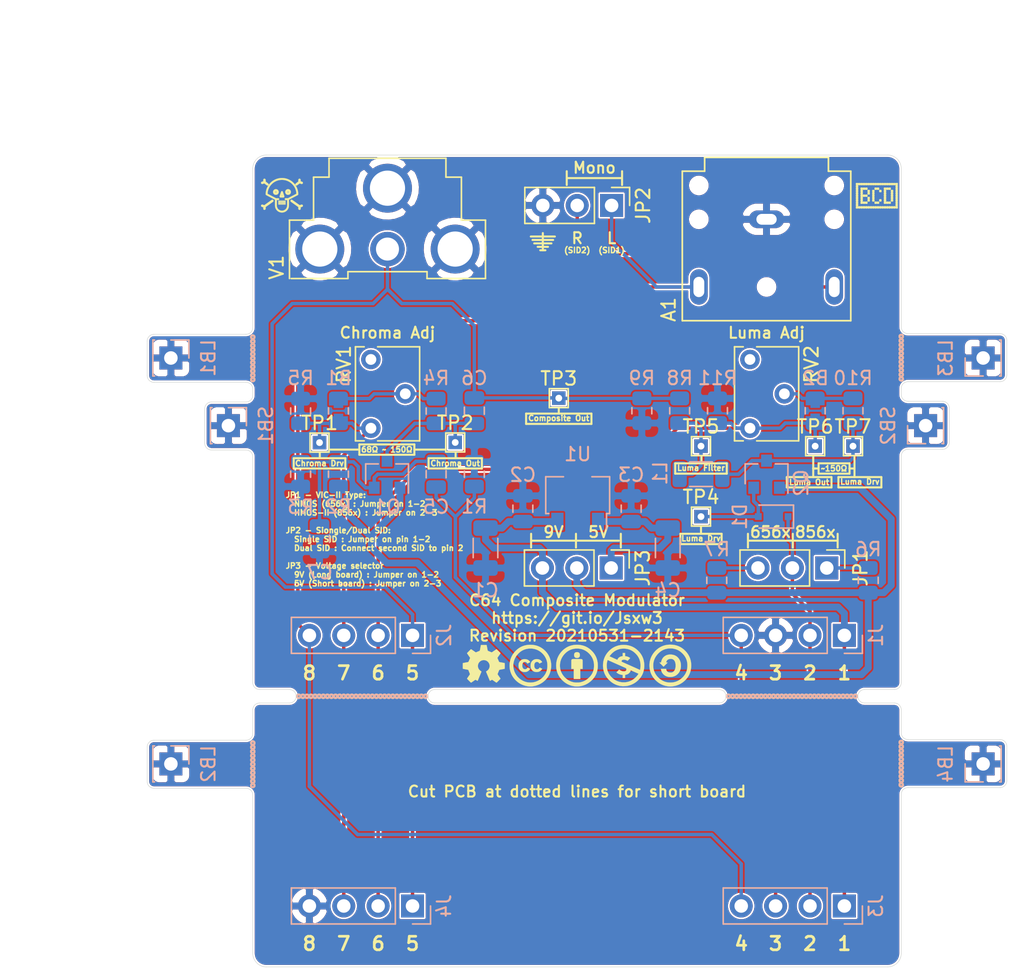
<source format=kicad_pcb>
(kicad_pcb (version 20171130) (host pcbnew "(5.1.10)-1")
  (title_block (rev 1))
  (layers (0 F.Cu signal) (31 B.Cu signal) (34 B.Paste user) (35 F.Paste user) (36 B.SilkS user) (37 F.SilkS user) (38 B.Mask user) (39 F.Mask user) (44 Edge.Cuts user))
  (net 0 "")
  (net 1 "Net-(A1-Pad3)")
  (net 2 AudioIn)
  (net 3 GND)
  (net 4 ChromaOut)
  (net 5 "Net-(B1-Pad1)")
  (net 6 LumaOut)
  (net 7 "Net-(B2-Pad1)")
  (net 8 +5V)
  (net 9 "Net-(C5-Pad2)")
  (net 10 ChromaIn)
  (net 11 CompositeOut)
  (net 12 "Net-(C6-Pad1)")
  (net 13 "Net-(D1-Pad2)")
  (net 14 LumaIn)
  (net 15 "Net-(JP1-Pad3)")
  (net 16 "Net-(JP1-Pad1)")
  (net 17 "Net-(L1-Pad2)")
  (net 18 "Net-(L1-Pad1)")
  (net 19 "Net-(C3-Pad1)")
  (net 20 VCC)
  (module "C64 Composite Modulator:mill-max-800-10-001-10-001000" (layer B.Cu) (at 166.547 94.997 270)
    (fp_text reference SB2 (at 0 2.77 90) (layer B.SilkS) (effects (justify mirror)))
    (fp_text value Conn_01x01_Male)
    (pad 1 thru_hole rect (at 0 0 270) (size 1.7 1.7) (drill 1) (layers *.Cu *.Mask) (net 3 GND))
  )
  (module "C64 Composite Modulator:mill-max-800-10-001-10-001000" (layer B.Cu) (at 115.047 94.997 90)
    (fp_text reference SB1 (at 0 2.77 90) (layer B.SilkS) (effects (justify mirror)))
    (fp_text value Conn_01x01_Male hide)
    (pad 1 thru_hole rect (at 0 0 90) (size 1.7 1.7) (drill 1) (layers *.Cu *.Mask) (net 3 GND))
  )
  (module "C64 Composite Modulator:mill-max-800-10-001-10-001000" (layer B.Cu) (at 170.797 119.997 270)
    (fp_text reference LB4 (at 0 2.77 90) (layer B.SilkS) (effects (justify mirror)))
    (fp_text value Conn_01x01_Male)
    (pad 1 thru_hole rect (at 0 0 270) (size 1.7 1.7) (drill 1) (layers *.Cu *.Mask) (net 3 GND))
  )
  (module "C64 Composite Modulator:mill-max-800-10-001-10-001000" (layer B.Cu) (at 170.797 89.997 270)
    (fp_text reference LB3 (at 0 2.77 90) (layer B.SilkS) (effects (justify mirror)))
    (fp_text value Conn_01x01_Male hide)
    (pad 1 thru_hole rect (at 0 0 270) (size 1.7 1.7) (drill 1) (layers *.Cu *.Mask) (net 3 GND))
  )
  (module "C64 Composite Modulator:mill-max-800-10-001-10-001000" (layer B.Cu) (at 110.797 119.997 90)
    (fp_text reference LB2 (at 0 2.77 90) (layer B.SilkS) (effects (justify mirror)))
    (fp_text value Conn_01x01_Male hide)
    (pad 1 thru_hole rect (at 0 0 90) (size 1.7 1.7) (drill 1) (layers *.Cu *.Mask) (net 3 GND))
  )
  (module "C64 Composite Modulator:mill-max-800-10-004-10-001000" (layer B.Cu) (at 128.647 130.497 90)
    (fp_text reference J4 (at 0 2.33 90) (layer B.SilkS) (effects (justify mirror)))
    (fp_text value Conn_01x04_Male hide)
    (pad 4 thru_hole oval (at 0 -7.62 90) (size 1.7 1.7) (drill 1) (layers *.Cu *.Mask) (net 3 GND))
    (pad 3 thru_hole oval (at 0 -5.08 90) (size 1.7 1.7) (drill 1) (layers *.Cu *.Mask) (net 4 ChromaOut))
    (pad 2 thru_hole oval (at 0 -2.54 90) (size 1.7 1.7) (drill 1) (layers *.Cu *.Mask) (net 6 LumaOut))
    (pad 1 thru_hole rect (at 0 0 90) (size 1.7 1.7) (drill 1) (layers *.Cu *.Mask) (net 11 CompositeOut))
  )
  (module "C64 Composite Modulator:mill-max-800-10-004-10-001000" (layer B.Cu) (at 128.647 110.497 90)
    (fp_text reference J2 (at 0 2.33 90) (layer B.SilkS) (effects (justify mirror)))
    (fp_text value Conn_01x04_Male hide)
    (pad 4 thru_hole oval (at 0 -7.62 90) (size 1.7 1.7) (drill 1) (layers *.Cu *.Mask) (net 2 AudioIn))
    (pad 3 thru_hole oval (at 0 -5.08 90) (size 1.7 1.7) (drill 1) (layers *.Cu *.Mask) (net 4 ChromaOut))
    (pad 2 thru_hole oval (at 0 -2.54 90) (size 1.7 1.7) (drill 1) (layers *.Cu *.Mask) (net 6 LumaOut))
    (pad 1 thru_hole rect (at 0 0 90) (size 1.7 1.7) (drill 1) (layers *.Cu *.Mask) (net 11 CompositeOut))
  )
  (module "C64 Composite Modulator:mill-max-800-10-004-10-001000" (layer B.Cu) (at 160.547 110.497 90)
    (fp_text reference J1 (at 0 2.33 90) (layer B.SilkS) (effects (justify mirror)))
    (fp_text value Conn_01x04_Male hide)
    (pad 4 thru_hole oval (at 0 -7.62 90) (size 1.7 1.7) (drill 1) (layers *.Cu *.Mask) (net 10 ChromaIn))
    (pad 3 thru_hole oval (at 0 -5.08 90) (size 1.7 1.7) (drill 1) (layers *.Cu *.Mask) (net 3 GND))
    (pad 2 thru_hole oval (at 0 -2.54 90) (size 1.7 1.7) (drill 1) (layers *.Cu *.Mask) (net 14 LumaIn))
    (pad 1 thru_hole rect (at 0 0 90) (size 1.7 1.7) (drill 1) (layers *.Cu *.Mask) (net 20 VCC))
  )
  (module Connector_PinHeader_2.54mm:PinHeader_1x03_P2.54mm_Vertical (layer F.Cu) (at 159.247 105.516 270)
    (fp_text reference JP1 (at 0 -2.49 270) (layer F.SilkS))
    (fp_text value Jumper_3_Open)
    (pad 1 thru_hole rect (at 0 0 270) (size 1.7 1.7) (drill 1) (layers *.Cu *.Mask) (net 16 "Net-(JP1-Pad1)"))
    (pad 2 thru_hole oval (at 0 2.54 270) (size 1.7 1.7) (drill 1) (layers *.Cu *.Mask) (net 14 LumaIn))
    (pad 3 thru_hole oval (at 0 5.08 270) (size 1.7 1.7) (drill 1) (layers *.Cu *.Mask) (net 15 "Net-(JP1-Pad3)"))
  )
  (module Connector_PinHeader_2.54mm:PinHeader_1x03_P2.54mm_Vertical (layer F.Cu) (at 143.352 78.722 270)
    (fp_text reference JP2 (at 0 -2.33 90) (layer F.SilkS))
    (fp_text value Jumper_3_Open)
    (pad 1 thru_hole rect (at 0 0 270) (size 1.7 1.7) (drill 1) (layers *.Cu *.Mask) (net 2 AudioIn))
    (pad 2 thru_hole oval (at 0 2.54 270) (size 1.7 1.7) (drill 1) (layers *.Cu *.Mask) (net 1 "Net-(A1-Pad3)"))
    (pad 3 thru_hole oval (at 0 5.08 270) (size 1.7 1.7) (drill 1) (layers *.Cu *.Mask) (net 3 GND))
  )
  (module "C64 Composite Modulator:CUI_RCJ-014" (layer F.Cu) (at 126.797 75.997 270)
    (fp_text reference V1 (at 7.300239 8.1895 90) (layer F.SilkS))
    (fp_text value Conn_Coaxial)
    (pad 2 thru_hole circle (at 1.45 0 270) (size 3.616 3.616) (drill 2.6) (layers *.Cu *.Mask) (net 3 GND))
    (pad 2 thru_hole circle (at 5.95 5 270) (size 3.616 3.616) (drill 2.6) (layers *.Cu *.Mask) (net 3 GND))
    (pad 2 thru_hole circle (at 5.95 -5 270) (size 3.616 3.616) (drill 2.6) (layers *.Cu *.Mask) (net 3 GND))
    (pad 1 thru_hole circle (at 5.95 0 270) (size 2.55 2.55) (drill 1.7) (layers *.Cu *.Mask) (net 11 CompositeOut))
  )
  (module "C64 Composite Modulator:mill-max-800-10-001-10-001000" (layer B.Cu) (at 110.797 89.997 90)
    (fp_text reference LB1 (at 0 2.77 90) (layer B.SilkS) (effects (justify mirror)))
    (fp_text value Conn_01x01_Male hide)
    (pad 1 thru_hole rect (at 0 0 90) (size 1.7 1.7) (drill 1) (layers *.Cu *.Mask) (net 3 GND))
  )
  (module "C64 Composite Modulator:mill-max-800-10-004-10-001000" (layer B.Cu) (at 160.547 130.497 90)
    (fp_text reference J3 (at 0 2.33 90) (layer B.SilkS) (effects (justify mirror)))
    (fp_text value Conn_01x04_Male hide)
    (pad 4 thru_hole oval (at 0 -7.62 90) (size 1.7 1.7) (drill 1) (layers *.Cu *.Mask) (net 2 AudioIn))
    (pad 3 thru_hole oval (at 0 -5.08 90) (size 1.7 1.7) (drill 1) (layers *.Cu *.Mask) (net 10 ChromaIn))
    (pad 2 thru_hole oval (at 0 -2.54 90) (size 1.7 1.7) (drill 1) (layers *.Cu *.Mask) (net 14 LumaIn))
    (pad 1 thru_hole rect (at 0 0 90) (size 1.7 1.7) (drill 1) (layers *.Cu *.Mask) (net 20 VCC))
  )
  (module "C64 Composite Modulator:J_0805_2012Metric" (layer B.Cu) (at 158.39 93.895 270)
    (fp_text reference B2 (at -2.414 -0.032 180) (layer B.SilkS) (effects (justify mirror)))
    (fp_text value "RV2 Bypass" hide)
    (pad 2 smd custom (at 0.9125 0 90) (size 0.76875 1.2) (layers B.Cu B.Paste B.Mask) (net 6 LumaOut) (options (clearance outline) (anchor rect)) (primitives (gr_circle (center -0.25625 -0.44375) (end 0 -0.44375) (width 0)) (gr_circle (center -0.25625 0.44375) (end 0 0.44375) (width 0)) (gr_poly (pts (xy -0.5125 -0.44375) (xy -0.5125 0.44375) (xy -0.25625 0.44375) (xy -0.25625 -0.44375)) (width 0)) (gr_poly (pts (xy -0.25625 -0.7) (xy -0.25625 0.7) (xy 0.5125 0.7) (xy 0.5125 -0.7)) (width 0)) (gr_poly (pts (xy 0.5125 0.35) (xy 0.5125 -0.35) (xy 0.704688 -0.35) (xy 0.704688 0.35)) (width 0))))
    (pad 1 smd custom (at -0.9125 0 270) (size 0.76875 1.2) (layers B.Cu B.Paste B.Mask) (net 7 "Net-(B2-Pad1)") (options (clearance outline) (anchor rect)) (primitives (gr_circle (center -0.25625 -0.44375) (end 0 -0.44375) (width 0)) (gr_circle (center -0.25625 0.44375) (end 0 0.44375) (width 0)) (gr_poly (pts (xy -0.5125 -0.44375) (xy -0.5125 0.44375) (xy -0.25625 0.44375) (xy -0.25625 -0.44375)) (width 0)) (gr_poly (pts (xy -0.25625 -0.7) (xy -0.25625 0.7) (xy 0.5125 0.7) (xy 0.5125 -0.7)) (width 0)) (gr_poly (pts (xy 0.5125 0.35) (xy 0.5125 -0.35) (xy 0.704688 -0.35) (xy 0.704688 0.35)) (width 0))))
  )
  (module "C64 Composite Modulator:J_0805_2012Metric" (layer B.Cu) (at 123.174 93.905 270)
    (fp_text reference B1 (at -2.424 -0.0055 180) (layer B.SilkS) (effects (justify mirror)))
    (fp_text value "RV1 Bypass")
    (pad 2 smd custom (at 0.9125 0 90) (size 0.76875 1.2) (layers B.Cu B.Paste B.Mask) (net 4 ChromaOut) (options (clearance outline) (anchor rect)) (primitives (gr_circle (center -0.25625 -0.44375) (end 0 -0.44375) (width 0)) (gr_circle (center -0.25625 0.44375) (end 0 0.44375) (width 0)) (gr_poly (pts (xy -0.5125 -0.44375) (xy -0.5125 0.44375) (xy -0.25625 0.44375) (xy -0.25625 -0.44375)) (width 0)) (gr_poly (pts (xy -0.25625 -0.7) (xy -0.25625 0.7) (xy 0.5125 0.7) (xy 0.5125 -0.7)) (width 0)) (gr_poly (pts (xy 0.5125 0.35) (xy 0.5125 -0.35) (xy 0.704688 -0.35) (xy 0.704688 0.35)) (width 0))))
    (pad 1 smd custom (at -0.9125 0 270) (size 0.76875 1.2) (layers B.Cu B.Paste B.Mask) (net 5 "Net-(B1-Pad1)") (options (clearance outline) (anchor rect)) (primitives (gr_circle (center -0.25625 -0.44375) (end 0 -0.44375) (width 0)) (gr_circle (center -0.25625 0.44375) (end 0 0.44375) (width 0)) (gr_poly (pts (xy -0.5125 -0.44375) (xy -0.5125 0.44375) (xy -0.25625 0.44375) (xy -0.25625 -0.44375)) (width 0)) (gr_poly (pts (xy -0.25625 -0.7) (xy -0.25625 0.7) (xy 0.5125 0.7) (xy 0.5125 -0.7)) (width 0)) (gr_poly (pts (xy 0.5125 0.35) (xy 0.5125 -0.35) (xy 0.704688 -0.35) (xy 0.704688 0.35)) (width 0))))
  )
  (module "C64 Composite Modulator:CUI_SJ1-3523N" (layer F.Cu) (at 154.797 79.747 270)
    (fp_text reference A1 (at 6.665239 7.2335 90) (layer F.SilkS))
    (fp_text value SJ1-3523N)
    (pad None np_thru_hole circle (at 0 5 270) (size 1.2 1.2) (drill 1.2) (layers *.Cu *.Mask))
    (pad None np_thru_hole circle (at -2.5 5 270) (size 1.2 1.2) (drill 1.2) (layers *.Cu *.Mask))
    (pad None np_thru_hole circle (at 5 0 270) (size 1.2 1.2) (drill 1.2) (layers *.Cu *.Mask))
    (pad None np_thru_hole circle (at 0 -5 270) (size 1.2 1.2) (drill 1.2) (layers *.Cu *.Mask))
    (pad None np_thru_hole circle (at -2.5 -5 270) (size 1.2 1.2) (drill 1.2) (layers *.Cu *.Mask))
    (pad 3 thru_hole oval (at 5 -5 270) (size 2.616 1.308) (drill oval 1.5 0.8) (layers *.Cu *.Mask) (net 1 "Net-(A1-Pad3)"))
    (pad 2 thru_hole oval (at 5 5 270) (size 2.616 1.308) (drill oval 1.5 0.8) (layers *.Cu *.Mask) (net 2 AudioIn))
    (pad 1 thru_hole oval (at 0 0 270) (size 1.308 2.616) (drill oval 0.8 1.5) (layers *.Cu *.Mask) (net 3 GND))
  )
  (module Capacitor_SMD:C_0805_2012Metric (layer B.Cu) (at 121.7775 103.36 270)
    (fp_text reference C7 (at 2.4765 0 180) (layer B.SilkS) (effects (justify mirror)))
    (fp_text value 330pF)
    (pad 2 smd roundrect (at 0.95 0 270) (size 1 1.45) (layers B.Cu B.Paste B.Mask) (net 3 GND))
    (pad 1 smd roundrect (at -0.95 0 270) (size 1 1.45) (layers B.Cu B.Paste B.Mask) (net 9 "Net-(C5-Pad2)"))
  )
  (module TestPoint:TestPoint_THTPad_1.0x1.0mm_Drill0.5mm (layer F.Cu) (at 158.39 96.513)
    (fp_text reference TP6 (at 0 -1.448) (layer F.SilkS))
    (fp_text value TestPoint)
    (pad 1 thru_hole rect (at 0 0) (size 1 1) (drill 0.5) (layers *.Cu *.Mask) (net 6 LumaOut))
  )
  (module TestPoint:TestPoint_THTPad_1.0x1.0mm_Drill0.5mm (layer F.Cu) (at 161.183 96.513)
    (fp_text reference TP7 (at 0 -1.448) (layer F.SilkS))
    (fp_text value TestPoint)
    (pad 1 thru_hole rect (at 0 0) (size 1 1) (drill 0.5) (layers *.Cu *.Mask) (net 18 "Net-(L1-Pad1)"))
  )
  (module TestPoint:TestPoint_THTPad_1.0x1.0mm_Drill0.5mm (layer F.Cu) (at 131.8015 96.24)
    (fp_text reference TP2 (at 0 -1.448) (layer F.SilkS))
    (fp_text value TestPoint)
    (pad 1 thru_hole rect (at 0 0) (size 1 1) (drill 0.5) (layers *.Cu *.Mask) (net 12 "Net-(C6-Pad1)"))
  )
  (module TestPoint:TestPoint_THTPad_1.0x1.0mm_Drill0.5mm (layer F.Cu) (at 121.7775 96.25)
    (fp_text reference TP1 (at 0 -1.448) (layer F.SilkS))
    (fp_text value TestPoint)
    (pad 1 thru_hole rect (at 0 0) (size 1 1) (drill 0.5) (layers *.Cu *.Mask) (net 4 ChromaOut))
  )
  (module Resistor_SMD:R_0805_2012Metric (layer B.Cu) (at 130.39 93.915 270)
    (fp_text reference R4 (at -2.434 0 180) (layer B.SilkS) (effects (justify mirror)))
    (fp_text value 68)
    (pad 1 smd roundrect (at -0.9125 0 270) (size 1.025 1.4) (layers B.Cu B.Paste B.Mask) (roundrect_rratio 0.2439004878048781) (net 5 "Net-(B1-Pad1)"))
    (pad 2 smd roundrect (at 0.9125 0 270) (size 1.025 1.4) (layers B.Cu B.Paste B.Mask) (roundrect_rratio 0.2439004878048781) (net 12 "Net-(C6-Pad1)"))
  )
  (module Inductor_SMD:L_1206_3216Metric (layer B.Cu) (at 149.956 98.585 180)
    (fp_text reference L1 (at 3.013 0.0675 270) (layer B.SilkS) (effects (justify mirror)))
    (fp_text value 10uH)
    (pad 1 smd roundrect (at -1.575 0 180) (size 1.05 1.9) (layers B.Cu B.Paste B.Mask) (roundrect_rratio 0.2380942857142857) (net 18 "Net-(L1-Pad1)"))
    (pad 2 smd roundrect (at 1.575 0 180) (size 1.05 1.9) (layers B.Cu B.Paste B.Mask) (roundrect_rratio 0.2380942857142857) (net 17 "Net-(L1-Pad2)"))
  )
  (module Resistor_SMD:R_0805_2012Metric (layer B.Cu) (at 161.183 93.895 270)
    (fp_text reference R10 (at -2.414 0) (layer B.SilkS) (effects (justify mirror)))
    (fp_text value 75)
    (pad 1 smd roundrect (at -0.9125 0 270) (size 1.025 1.4) (layers B.Cu B.Paste B.Mask) (roundrect_rratio 0.2439004878048781) (net 7 "Net-(B2-Pad1)"))
    (pad 2 smd roundrect (at 0.9125 0 270) (size 1.025 1.4) (layers B.Cu B.Paste B.Mask) (roundrect_rratio 0.2439004878048781) (net 18 "Net-(L1-Pad1)"))
  )
  (module Capacitor_SMD:C_1206_3216Metric (layer B.Cu) (at 147.5 104.041 270)
    (fp_text reference C4 (at 3.121 0 180) (layer B.SilkS) (effects (justify mirror)))
    (fp_text value 10uF)
    (pad 1 smd roundrect (at -1.475 0 270) (size 1.15 1.8) (layers B.Cu B.Paste B.Mask) (roundrect_rratio 0.2173904347826087) (net 19 "Net-(C3-Pad1)"))
    (pad 2 smd roundrect (at 1.475 0 270) (size 1.15 1.8) (layers B.Cu B.Paste B.Mask) (roundrect_rratio 0.2173904347826087) (net 3 GND))
  )
  (module Capacitor_SMD:C_0805_2012Metric (layer B.Cu) (at 144.797 101.134 90)
    (fp_text reference C3 (at 2.503 0) (layer B.SilkS) (effects (justify mirror)))
    (fp_text value 100nF)
    (pad 1 smd roundrect (at -0.95 0 90) (size 1 1.45) (layers B.Cu B.Paste B.Mask) (net 19 "Net-(C3-Pad1)"))
    (pad 2 smd roundrect (at 0.95 0 90) (size 1 1.45) (layers B.Cu B.Paste B.Mask) (net 3 GND))
  )
  (module Resistor_SMD:R_0805_2012Metric (layer B.Cu) (at 162.31 106.4285 90)
    (fp_text reference R6 (at 2.2955 0) (layer B.SilkS) (effects (justify mirror)))
    (fp_text value 470)
    (pad 1 smd roundrect (at -0.9125 0 90) (size 1.025 1.4) (layers B.Cu B.Paste B.Mask) (roundrect_rratio 0.2439004878048781) (net 8 +5V))
    (pad 2 smd roundrect (at 0.9125 0 90) (size 1.025 1.4) (layers B.Cu B.Paste B.Mask) (roundrect_rratio 0.2439004878048781) (net 16 "Net-(JP1-Pad1)"))
  )
  (module Resistor_SMD:R_0805_2012Metric (layer B.Cu) (at 123.174 98.585 90)
    (fp_text reference R2 (at -2.39046 0 180) (layer B.SilkS) (effects (justify mirror)))
    (fp_text value 3K3)
    (pad 1 smd roundrect (at -0.9125 0 90) (size 1.025 1.4) (layers B.Cu B.Paste B.Mask) (roundrect_rratio 0.2439004878048781) (net 8 +5V))
    (pad 2 smd roundrect (at 0.9125 0 90) (size 1.025 1.4) (layers B.Cu B.Paste B.Mask) (roundrect_rratio 0.2439004878048781) (net 9 "Net-(C5-Pad2)"))
  )
  (module Resistor_SMD:R_0805_2012Metric (layer B.Cu) (at 120.381 98.585 270)
    (fp_text reference R3 (at 2.41554 0 180) (layer B.SilkS) (effects (justify mirror)))
    (fp_text value 5K6)
    (pad 1 smd roundrect (at -0.9125 0 270) (size 1.025 1.4) (layers B.Cu B.Paste B.Mask) (roundrect_rratio 0.2439004878048781) (net 9 "Net-(C5-Pad2)"))
    (pad 2 smd roundrect (at 0.9125 0 270) (size 1.025 1.4) (layers B.Cu B.Paste B.Mask) (roundrect_rratio 0.2439004878048781) (net 3 GND))
  )
  (module Resistor_SMD:R_0805_2012Metric (layer B.Cu) (at 148.381 93.895 270)
    (fp_text reference R8 (at -2.414 0) (layer B.SilkS) (effects (justify mirror)))
    (fp_text value 150)
    (pad 1 smd roundrect (at -0.9125 0 270) (size 1.025 1.4) (layers B.Cu B.Paste B.Mask) (roundrect_rratio 0.2439004878048781) (net 11 CompositeOut))
    (pad 2 smd roundrect (at 0.9125 0 270) (size 1.025 1.4) (layers B.Cu B.Paste B.Mask) (roundrect_rratio 0.2439004878048781) (net 17 "Net-(L1-Pad2)"))
  )
  (module Diode_SMD:D_SOD-323F (layer B.Cu) (at 155.2895 101.72 180)
    (fp_text reference D1 (at 2.46 -0.000001 90) (layer B.SilkS) (effects (justify mirror)))
    (fp_text value 1N4148 hide)
    (pad 1 smd rect (at -1.1 0 180) (size 0.5 0.5) (layers B.Cu B.Paste B.Mask) (net 14 LumaIn))
    (pad 2 smd rect (at 1.1 0 180) (size 0.5 0.5) (layers B.Cu B.Paste B.Mask) (net 13 "Net-(D1-Pad2)"))
  )
  (module Capacitor_SMD:C_1206_3216Metric (layer B.Cu) (at 134.038 104.041 270)
    (fp_text reference C1 (at 3.121 -0.000001 180) (layer B.SilkS) (effects (justify mirror)))
    (fp_text value 10uF)
    (pad 1 smd roundrect (at -1.475 0 270) (size 1.15 1.8) (layers B.Cu B.Paste B.Mask) (roundrect_rratio 0.2173904347826087) (net 20 VCC))
    (pad 2 smd roundrect (at 1.475 0 270) (size 1.15 1.8) (layers B.Cu B.Paste B.Mask) (roundrect_rratio 0.2173904347826087) (net 3 GND))
  )
  (module Capacitor_SMD:C_0805_2012Metric (layer B.Cu) (at 136.797 101.134 90)
    (fp_text reference C2 (at 2.503 0) (layer B.SilkS) (effects (justify mirror)))
    (fp_text value 33nF)
    (pad 1 smd roundrect (at -0.95 0 90) (size 1 1.45) (layers B.Cu B.Paste B.Mask) (net 20 VCC))
    (pad 2 smd roundrect (at 0.95 0 90) (size 1 1.45) (layers B.Cu B.Paste B.Mask) (net 3 GND))
  )
  (module Package_TO_SOT_SMD:SOT-23 (layer B.Cu) (at 154.797 98.585 90)
    (fp_text reference Q2 (at -0.650001 2.56 90) (layer B.SilkS) (effects (justify mirror)))
    (fp_text value BC847B)
    (pad 1 smd rect (at -1 0.95 90) (size 0.9 0.8) (layers B.Cu B.Paste B.Mask) (net 8 +5V))
    (pad 2 smd rect (at -1 -0.95 90) (size 0.9 0.8) (layers B.Cu B.Paste B.Mask) (net 13 "Net-(D1-Pad2)"))
    (pad 3 smd rect (at 1 0 90) (size 0.9 0.8) (layers B.Cu B.Paste B.Mask) (net 18 "Net-(L1-Pad1)"))
  )
  (module Package_TO_SOT_SMD:SOT-23 (layer B.Cu) (at 126.767 98.585 90)
    (fp_text reference Q1 (at -2.41046 0) (layer B.SilkS) (effects (justify mirror)))
    (fp_text value BC847B)
    (pad 1 smd rect (at -1 0.95 90) (size 0.9 0.8) (layers B.Cu B.Paste B.Mask) (net 8 +5V))
    (pad 2 smd rect (at -1 -0.95 90) (size 0.9 0.8) (layers B.Cu B.Paste B.Mask) (net 9 "Net-(C5-Pad2)"))
    (pad 3 smd rect (at 1 0 90) (size 0.9 0.8) (layers B.Cu B.Paste B.Mask) (net 12 "Net-(C6-Pad1)"))
  )
  (module Potentiometer_THT:Potentiometer_Bourns_3266W_Vertical (layer F.Cu) (at 125.572 90.105 90)
    (fp_text reference RV1 (at -0.354761 -1.997 270) (layer F.SilkS))
    (fp_text value 200)
    (pad 1 thru_hole circle (at 0 0 90) (size 1.44 1.44) (drill 0.8) (layers *.Cu *.Mask))
    (pad 2 thru_hole circle (at -2.54 2.54 90) (size 1.44 1.44) (drill 0.8) (layers *.Cu *.Mask) (net 5 "Net-(B1-Pad1)"))
    (pad 3 thru_hole circle (at -5.08 0 90) (size 1.44 1.44) (drill 0.8) (layers *.Cu *.Mask) (net 4 ChromaOut))
  )
  (module Capacitor_SMD:C_0805_2012Metric (layer B.Cu) (at 130.39 98.585 90)
    (fp_text reference C5 (at -2.41046 0 180) (layer B.SilkS) (effects (justify mirror)))
    (fp_text value 330pF)
    (pad 1 smd roundrect (at -0.95 0 90) (size 1 1.45) (layers B.Cu B.Paste B.Mask) (net 10 ChromaIn))
    (pad 2 smd roundrect (at 0.95 0 90) (size 1 1.45) (layers B.Cu B.Paste B.Mask) (net 9 "Net-(C5-Pad2)"))
  )
  (module Package_TO_SOT_SMD:SOT-89-3 (layer B.Cu) (at 140.847 100.434 90)
    (fp_text reference U1 (at 3.327 0) (layer B.SilkS) (effects (justify mirror)))
    (fp_text value 78L05)
    (pad 1 smd rect (at -1.65 1.5 90) (size 1.3 0.9) (layers B.Cu B.Paste B.Mask) (net 19 "Net-(C3-Pad1)"))
    (pad 3 smd rect (at -1.65 -1.5 90) (size 1.3 0.9) (layers B.Cu B.Paste B.Mask) (net 20 VCC))
    (pad 2 smd custom (at -1.5625 0 90) (size 1.475 0.9) (layers B.Cu B.Paste B.Mask) (net 3 GND) (options (clearance outline) (anchor rect)) (primitives (gr_poly (pts (xy 0.7375 0.8665) (xy 3.8625 0.8665) (xy 3.8625 -0.8665) (xy 0.7375 -0.8665)) (width 0))))
  )
  (module Resistor_SMD:R_0805_2012Metric (layer B.Cu) (at 151.174 93.895 90)
    (fp_text reference R11 (at 2.414 0) (layer B.SilkS) (effects (justify mirror)))
    (fp_text value 150)
    (pad 1 smd roundrect (at -0.9125 0 90) (size 1.025 1.4) (layers B.Cu B.Paste B.Mask) (roundrect_rratio 0.2439004878048781) (net 6 LumaOut))
    (pad 2 smd roundrect (at 0.9125 0 90) (size 1.025 1.4) (layers B.Cu B.Paste B.Mask) (roundrect_rratio 0.2439004878048781) (net 3 GND))
  )
  (module Resistor_SMD:R_0805_2012Metric (layer B.Cu) (at 120.381 93.915 90)
    (fp_text reference R5 (at 2.434 0 180) (layer B.SilkS) (effects (justify mirror)))
    (fp_text value 220)
    (pad 1 smd roundrect (at -0.9125 0 90) (size 1.025 1.4) (layers B.Cu B.Paste B.Mask) (roundrect_rratio 0.2439004878048781) (net 4 ChromaOut))
    (pad 2 smd roundrect (at 0.9125 0 90) (size 1.025 1.4) (layers B.Cu B.Paste B.Mask) (roundrect_rratio 0.2439004878048781) (net 3 GND))
  )
  (module Capacitor_SMD:C_0805_2012Metric (layer B.Cu) (at 133.213 93.895 90)
    (fp_text reference C6 (at 2.414 0 180) (layer B.SilkS) (effects (justify mirror)))
    (fp_text value 68pF)
    (pad 1 smd roundrect (at -0.95 0 90) (size 1 1.45) (layers B.Cu B.Paste B.Mask) (net 12 "Net-(C6-Pad1)"))
    (pad 2 smd roundrect (at 0.95 0 90) (size 1 1.45) (layers B.Cu B.Paste B.Mask) (net 11 CompositeOut))
  )
  (module Resistor_SMD:R_0805_2012Metric (layer B.Cu) (at 133.213 98.585 90)
    (fp_text reference R1 (at -2.39046 0 180) (layer B.SilkS) (effects (justify mirror)))
    (fp_text value 1K)
    (pad 1 smd roundrect (at -0.9125 0 90) (size 1.025 1.4) (layers B.Cu B.Paste B.Mask) (roundrect_rratio 0.2439004878048781) (net 10 ChromaIn))
    (pad 2 smd roundrect (at 0.9125 0 90) (size 1.025 1.4) (layers B.Cu B.Paste B.Mask) (roundrect_rratio 0.2439004878048781) (net 3 GND))
  )
  (module Resistor_SMD:R_0805_2012Metric (layer B.Cu) (at 151.1195 106.4285 90)
    (fp_text reference R7 (at 2.2955 0) (layer B.SilkS) (effects (justify mirror)))
    (fp_text value 1K)
    (pad 1 smd roundrect (at -0.9125 0 90) (size 1.025 1.4) (layers B.Cu B.Paste B.Mask) (roundrect_rratio 0.2439004878048781) (net 8 +5V))
    (pad 2 smd roundrect (at 0.9125 0 90) (size 1.025 1.4) (layers B.Cu B.Paste B.Mask) (roundrect_rratio 0.2439004878048781) (net 15 "Net-(JP1-Pad3)"))
  )
  (module Potentiometer_THT:Potentiometer_Bourns_3266W_Vertical (layer F.Cu) (at 153.572 90.105 90)
    (fp_text reference RV2 (at -0.354761 4.547 90) (layer F.SilkS))
    (fp_text value 200)
    (pad 1 thru_hole circle (at 0 0 90) (size 1.44 1.44) (drill 0.8) (layers *.Cu *.Mask))
    (pad 2 thru_hole circle (at -2.54 2.54 90) (size 1.44 1.44) (drill 0.8) (layers *.Cu *.Mask) (net 7 "Net-(B2-Pad1)"))
    (pad 3 thru_hole circle (at -5.08 0 90) (size 1.44 1.44) (drill 0.8) (layers *.Cu *.Mask) (net 6 LumaOut))
  )
  (module Resistor_SMD:R_0805_2012Metric (layer B.Cu) (at 145.587 93.895 90)
    (fp_text reference R9 (at 2.414 0) (layer B.SilkS) (effects (justify mirror)))
    (fp_text value 150)
    (pad 1 smd roundrect (at -0.9125 0 90) (size 1.025 1.4) (layers B.Cu B.Paste B.Mask) (roundrect_rratio 0.2439004878048781) (net 3 GND))
    (pad 2 smd roundrect (at 0.9125 0 90) (size 1.025 1.4) (layers B.Cu B.Paste B.Mask) (roundrect_rratio 0.2439004878048781) (net 11 CompositeOut))
  )
  (module TestPoint:TestPoint_THTPad_1.0x1.0mm_Drill0.5mm (layer F.Cu) (at 139.45 92.96375)
    (fp_text reference TP3 (at 0 -1.448) (layer F.SilkS))
    (fp_text value TestPoint)
    (pad 1 thru_hole rect (at 0 0) (size 1 1) (drill 0.5) (layers *.Cu *.Mask) (net 11 CompositeOut))
  )
  (module TestPoint:TestPoint_THTPad_1.0x1.0mm_Drill0.5mm (layer F.Cu) (at 149.956 101.72)
    (fp_text reference TP4 (at 0 -1.448) (layer F.SilkS))
    (fp_text value TestPoint)
    (pad 1 thru_hole rect (at 0 0) (size 1 1) (drill 0.5) (layers *.Cu *.Mask) (net 13 "Net-(D1-Pad2)"))
  )
  (module TestPoint:TestPoint_THTPad_1.0x1.0mm_Drill0.5mm (layer F.Cu) (at 149.956 96.513)
    (fp_text reference TP5 (at 0 -1.448) (layer F.SilkS))
    (fp_text value TestPoint)
    (pad 1 thru_hole rect (at 0 0) (size 1 1) (drill 0.5) (layers *.Cu *.Mask) (net 17 "Net-(L1-Pad2)"))
  )
  (module BCD:BCD_LOGO_DOT-xxxsmall (layer F.Cu) (at 162.945 78.001524)
    (fp_text reference BCD1 hide)
    (fp_text value "BCD(DOT)" hide)
  )
  (module BCD:OSHW-xxxsmall (layer F.Cu) (at 133.90966 112.769)
    (fp_text reference OSHW1 hide)
    (fp_text value OSHW hide)
  )
  (module BCD:CC-Logo-xxxsmall (layer F.Cu) (at 137.35333 112.74)
    (fp_text reference CC1 hide)
    (fp_text value CC hide)
  )
  (module BCD:CC-NC-xxxsmall (layer F.Cu) (at 144.24067 112.725556)
    (fp_text reference NC1 hide)
    (fp_text value CC-NC hide)
  )
  (module BCD:Danger-xxxsmall (layer F.Cu) (at 119.003 77.971)
    (fp_text reference Danger1 hide)
    (fp_text value Danger hide)
  )
  (module BCD:CC-BY-xxxsmall (layer F.Cu) (at 140.797 112.740359)
    (fp_text reference BY1 hide)
    (fp_text value CC-BY hide)
  )
  (module BCD:CC-SA-xxxsmall (layer F.Cu) (at 147.68434 112.720922)
    (fp_text reference SA1 hide)
    (fp_text value CC-SA hide)
  )
  (module Connector_PinHeader_2.54mm:PinHeader_1x03_P2.54mm_Vertical (layer F.Cu) (at 143.322 105.516 270)
    (fp_text reference JP3 (at 0 -2.33 90) (layer F.SilkS))
    (fp_text value Jumper_3_Open)
    (pad 1 thru_hole rect (at 0 0 270) (size 1.7 1.7) (drill 1) (layers *.Cu *.Mask) (net 19 "Net-(C3-Pad1)"))
    (pad 2 thru_hole oval (at 0 2.54 270) (size 1.7 1.7) (drill 1) (layers *.Cu *.Mask) (net 8 +5V))
    (pad 3 thru_hole oval (at 0 5.08 270) (size 1.7 1.7) (drill 1) (layers *.Cu *.Mask) (net 20 VCC))
  )
  (gr_line (start 153.423201 102.99) (end 153.423201 104.006) (layer F.SilkS) (width 0.1524))
  (gr_line (start 160.050799 102.99) (end 160.050799 104.006) (layer F.SilkS) (width 0.1524))
  (gr_line (start 156.737 102.99) (end 156.737 104.006) (layer F.SilkS) (width 0.1524))
  (gr_line (start 159.9755 103.498) (end 153.4985 103.498) (layer F.SilkS) (width 0.1524))
  (gr_line (start 138.907 81.527) (end 137.637 81.527) (layer F.SilkS) (width 0.1524))
  (gr_line (start 138.4625 82.035) (end 138.0815 82.035) (layer F.SilkS) (width 0.1524))
  (gr_line (start 138.272 80.765) (end 138.272 82.035) (layer F.SilkS) (width 0.1524))
  (gr_line (start 139.034 81.273) (end 137.51 81.273) (layer F.SilkS) (width 0.1524))
  (gr_line (start 139.161 81.019) (end 137.383 81.019) (layer F.SilkS) (width 0.1524))
  (gr_line (start 138.653 81.781) (end 137.891 81.781) (layer F.SilkS) (width 0.1524))
  (gr_line (start 123.6825 97.402) (end 123.6825 98.164) (layer F.SilkS) (width 0.1524))
  (gr_line (start 119.8725 97.402) (end 123.6825 97.402) (layer F.SilkS) (width 0.1524))
  (gr_line (start 133.77 98.164) (end 129.833 98.164) (layer F.SilkS) (width 0.1524))
  (gr_line (start 123.6825 98.164) (end 119.8725 98.164) (layer F.SilkS) (width 0.1524))
  (gr_line (start 133.77 97.402) (end 133.77 98.164) (layer F.SilkS) (width 0.1524))
  (gr_line (start 160.104 98.799) (end 163.279 98.799) (layer F.SilkS) (width 0.1524))
  (gr_line (start 129.833 97.402) (end 133.77 97.402) (layer F.SilkS) (width 0.1524))
  (gr_line (start 149.956 102.99) (end 149.956 102.482) (layer F.SilkS) (width 0.1524))
  (gr_line (start 119.8725 98.164) (end 119.8725 97.402) (layer F.SilkS) (width 0.1524))
  (gr_line (start 129.833 98.164) (end 129.833 97.402) (layer F.SilkS) (width 0.1524))
  (gr_line (start 151.48 103.752) (end 151.48 102.99) (layer F.SilkS) (width 0.1524))
  (gr_line (start 124.718 96.386) (end 128.782 96.386) (layer F.SilkS) (width 0.1524))
  (gr_line (start 128.782 96.767) (end 131.068 96.767) (layer F.SilkS) (width 0.1524))
  (gr_line (start 128.782 96.386) (end 128.782 97.148) (layer F.SilkS) (width 0.1524))
  (gr_line (start 124.718 97.148) (end 124.718 96.386) (layer F.SilkS) (width 0.1524))
  (gr_line (start 128.782 97.148) (end 124.718 97.148) (layer F.SilkS) (width 0.1524))
  (gr_line (start 124.718 96.767) (end 122.559 96.767) (layer F.SilkS) (width 0.1524))
  (gr_line (start 151.48 103.752) (end 148.432 103.752) (layer F.SilkS) (width 0.1524))
  (gr_line (start 148.432 102.99) (end 148.432 103.752) (layer F.SilkS) (width 0.1524))
  (gr_line (start 148.432 102.99) (end 151.48 102.99) (layer F.SilkS) (width 0.1524))
  (gr_line (start 148.051 98.545) (end 151.861 98.545) (layer F.SilkS) (width 0.1524))
  (gr_line (start 151.861 97.783) (end 148.051 97.783) (layer F.SilkS) (width 0.1524))
  (gr_line (start 151.861 98.545) (end 151.861 97.783) (layer F.SilkS) (width 0.1524))
  (gr_line (start 148.051 97.783) (end 148.051 98.545) (layer F.SilkS) (width 0.1524))
  (gr_text "Luma Drv" (at 149.956 103.333408) (layer F.SilkS) (effects (font (size 0.4064 0.4064) (thickness 0.1016))))
  (gr_circle (center 122.355434 114.997) (end 122.405434 114.997) (layer F.SilkS) (width 0.1524))
  (gr_circle (center 121.751538 114.997) (end 121.801538 114.997) (layer F.SilkS) (width 0.1524))
  (gr_circle (center 121.147642 114.997) (end 121.197642 114.997) (layer F.SilkS) (width 0.1524))
  (gr_circle (center 122.95933 114.997) (end 123.00933 114.997) (layer F.SilkS) (width 0.1524))
  (gr_circle (center 122.053486 114.997) (end 122.103486 114.997) (layer F.SilkS) (width 0.1524))
  (gr_circle (center 120.543746 114.997) (end 120.593746 114.997) (layer F.SilkS) (width 0.1524))
  (gr_circle (center 120.241798 114.997) (end 120.291798 114.997) (layer F.SilkS) (width 0.1524))
  (gr_circle (center 121.44959 114.997) (end 121.49959 114.997) (layer F.SilkS) (width 0.1524))
  (gr_circle (center 122.657382 114.997) (end 122.707382 114.997) (layer F.SilkS) (width 0.1524))
  (gr_circle (center 120.845694 114.997) (end 120.895694 114.997) (layer F.SilkS) (width 0.1524))
  (gr_circle (center 123.261278 114.997) (end 123.311278 114.997) (layer F.SilkS) (width 0.1524))
  (gr_circle (center 116.847 90.963069) (end 116.897 90.963069) (layer F.SilkS) (width 0.1524))
  (gr_circle (center 116.847 119.080923) (end 116.897 119.080923) (layer F.SilkS) (width 0.1524))
  (gr_circle (center 116.847 120.021996) (end 116.897 120.021996) (layer F.SilkS) (width 0.1524))
  (gr_circle (center 116.847 119.394614) (end 116.897 119.394614) (layer F.SilkS) (width 0.1524))
  (gr_circle (center 116.847 88.453541) (end 116.897 88.453541) (layer F.SilkS) (width 0.1524))
  (gr_circle (center 116.847 89.708305) (end 116.897 89.708305) (layer F.SilkS) (width 0.1524))
  (gr_circle (center 116.847 90.021996) (end 116.897 90.021996) (layer F.SilkS) (width 0.1524))
  (gr_circle (center 116.847 91.27676) (end 116.897 91.27676) (layer F.SilkS) (width 0.1524))
  (gr_circle (center 116.847 89.080923) (end 116.897 89.080923) (layer F.SilkS) (width 0.1524))
  (gr_circle (center 116.847 120.335687) (end 116.897 120.335687) (layer F.SilkS) (width 0.1524))
  (gr_circle (center 116.847 120.963069) (end 116.897 120.963069) (layer F.SilkS) (width 0.1524))
  (gr_circle (center 116.847 91.590451) (end 116.897 91.590451) (layer F.SilkS) (width 0.1524))
  (gr_circle (center 116.847 120.649378) (end 116.897 120.649378) (layer F.SilkS) (width 0.1524))
  (gr_circle (center 116.847 90.335687) (end 116.897 90.335687) (layer F.SilkS) (width 0.1524))
  (gr_circle (center 116.847 118.453541) (end 116.897 118.453541) (layer F.SilkS) (width 0.1524))
  (gr_circle (center 116.847 119.708305) (end 116.897 119.708305) (layer F.SilkS) (width 0.1524))
  (gr_circle (center 116.847 118.767232) (end 116.897 118.767232) (layer F.SilkS) (width 0.1524))
  (gr_circle (center 116.847 89.394614) (end 116.897 89.394614) (layer F.SilkS) (width 0.1524))
  (gr_circle (center 116.847 121.27676) (end 116.897 121.27676) (layer F.SilkS) (width 0.1524))
  (gr_circle (center 116.847 88.767232) (end 116.897 88.767232) (layer F.SilkS) (width 0.1524))
  (gr_circle (center 116.847 121.590451) (end 116.897 121.590451) (layer F.SilkS) (width 0.1524))
  (gr_circle (center 116.847 90.649378) (end 116.897 90.649378) (layer F.SilkS) (width 0.1524))
  (gr_circle (center 164.747 89.658305) (end 164.797 89.658305) (layer F.SilkS) (width 0.1524))
  (gr_circle (center 164.747 89.971996) (end 164.797 89.971996) (layer F.SilkS) (width 0.1524))
  (gr_circle (center 164.747 90.599378) (end 164.797 90.599378) (layer F.SilkS) (width 0.1524))
  (gr_circle (center 164.747 89.344614) (end 164.797 89.344614) (layer F.SilkS) (width 0.1524))
  (gr_circle (center 164.747 88.717232) (end 164.797 88.717232) (layer F.SilkS) (width 0.1524))
  (gr_circle (center 164.747 89.030923) (end 164.797 89.030923) (layer F.SilkS) (width 0.1524))
  (gr_circle (center 164.747 91.22676) (end 164.797 91.22676) (layer F.SilkS) (width 0.1524))
  (gr_circle (center 164.747 91.540451) (end 164.797 91.540451) (layer F.SilkS) (width 0.1524))
  (gr_circle (center 164.747 90.913069) (end 164.797 90.913069) (layer F.SilkS) (width 0.1524))
  (gr_circle (center 164.747 90.285687) (end 164.797 90.285687) (layer F.SilkS) (width 0.1524))
  (gr_circle (center 164.747 88.403541) (end 164.797 88.403541) (layer F.SilkS) (width 0.1524))
  (gr_circle (center 164.747 119.030923) (end 164.797 119.030923) (layer F.SilkS) (width 0.1524))
  (gr_circle (center 164.747 120.599378) (end 164.797 120.599378) (layer F.SilkS) (width 0.1524))
  (gr_circle (center 164.747 119.658305) (end 164.797 119.658305) (layer F.SilkS) (width 0.1524))
  (gr_circle (center 164.747 118.717232) (end 164.797 118.717232) (layer F.SilkS) (width 0.1524))
  (gr_circle (center 164.747 119.971996) (end 164.797 119.971996) (layer F.SilkS) (width 0.1524))
  (gr_circle (center 164.747 119.344614) (end 164.797 119.344614) (layer F.SilkS) (width 0.1524))
  (gr_circle (center 164.747 118.403541) (end 164.797 118.403541) (layer F.SilkS) (width 0.1524))
  (gr_circle (center 164.747 121.540451) (end 164.797 121.540451) (layer F.SilkS) (width 0.1524))
  (gr_circle (center 164.747 121.22676) (end 164.797 121.22676) (layer F.SilkS) (width 0.1524))
  (gr_circle (center 164.747 120.913069) (end 164.797 120.913069) (layer F.SilkS) (width 0.1524))
  (gr_circle (center 164.747 120.285687) (end 164.797 120.285687) (layer F.SilkS) (width 0.1524))
  (gr_arc (start 163.747 75.997) (end 164.747 75.997) (angle -90) (layer Edge.Cuts) (width 0.0381))
  (gr_arc (start 172.047 121.247) (end 172.047 121.747) (angle -90) (layer Edge.Cuts) (width 0.0381))
  (gr_arc (start 165.247 117.697) (end 164.747 117.697) (angle -90) (layer Edge.Cuts) (width 0.0381))
  (gr_arc (start 172.047 91.247) (end 172.047 91.747) (angle -90) (layer Edge.Cuts) (width 0.0381))
  (gr_arc (start 172.047 88.697) (end 172.547 88.697) (angle -90) (layer Edge.Cuts) (width 0.0381))
  (gr_arc (start 164.247 115.997) (end 164.747 115.997) (angle -90) (layer Edge.Cuts) (width 0.0381))
  (gr_arc (start 162.047 114.997) (end 162.047 114.497) (angle -180) (layer Edge.Cuts) (width 0.0381))
  (gr_arc (start 172.047 118.697) (end 172.547 118.697) (angle -90) (layer Edge.Cuts) (width 0.0381))
  (gr_arc (start 163.747 133.997) (end 163.747 134.997) (angle -90) (layer Edge.Cuts) (width 0.0381))
  (gr_arc (start 165.247 122.247) (end 165.247 121.747) (angle -90) (layer Edge.Cuts) (width 0.0381))
  (gr_arc (start 164.247 113.997) (end 164.247 114.497) (angle -90) (layer Edge.Cuts) (width 0.0381))
  (gr_arc (start 165.247 87.697) (end 164.747 87.697) (angle -90) (layer Edge.Cuts) (width 0.0381))
  (gr_line (start 116.847 75.997) (end 116.847 87.747) (layer Edge.Cuts) (width 0.0381))
  (gr_line (start 162.047 115.497) (end 164.247 115.497) (layer Edge.Cuts) (width 0.0381))
  (gr_line (start 164.747 122.247) (end 164.747 133.997) (layer Edge.Cuts) (width 0.0381))
  (gr_line (start 164.747 87.697) (end 164.747 75.997) (layer Edge.Cuts) (width 0.0381))
  (gr_line (start 113.297 93.747) (end 113.297 96.297) (layer Edge.Cuts) (width 0.0381))
  (gr_line (start 119.547 115.497) (end 117.347 115.497) (layer Edge.Cuts) (width 0.0381))
  (gr_line (start 165.247 96.747) (end 167.797 96.747) (layer Edge.Cuts) (width 0.0381))
  (gr_line (start 116.347 96.797) (end 113.797 96.797) (layer Edge.Cuts) (width 0.0381))
  (gr_line (start 168.297 93.697) (end 168.297 96.247) (layer Edge.Cuts) (width 0.0381))
  (gr_line (start 109.547 91.797) (end 116.347 91.797) (layer Edge.Cuts) (width 0.0381))
  (gr_line (start 172.047 91.747) (end 165.247 91.747) (layer Edge.Cuts) (width 0.0381))
  (gr_line (start 116.347 88.247) (end 109.547 88.247) (layer Edge.Cuts) (width 0.0381))
  (gr_line (start 165.247 121.747) (end 172.047 121.747) (layer Edge.Cuts) (width 0.0381))
  (gr_line (start 172.047 118.197) (end 165.247 118.197) (layer Edge.Cuts) (width 0.0381))
  (gr_line (start 172.547 91.247) (end 172.547 88.697) (layer Edge.Cuts) (width 0.0381))
  (gr_line (start 116.847 97.297) (end 116.847 113.997) (layer Edge.Cuts) (width 0.0381))
  (gr_line (start 165.247 93.197) (end 167.797 93.197) (layer Edge.Cuts) (width 0.0381))
  (gr_line (start 116.347 118.247) (end 109.547 118.247) (layer Edge.Cuts) (width 0.0381))
  (gr_line (start 164.747 115.997) (end 164.747 117.697) (layer Edge.Cuts) (width 0.0381))
  (gr_line (start 163.747 134.997) (end 117.847 134.997) (layer Edge.Cuts) (width 0.0381))
  (gr_line (start 109.047 118.747) (end 109.047 121.297) (layer Edge.Cuts) (width 0.0381))
  (gr_line (start 109.047 88.747) (end 109.047 91.297) (layer Edge.Cuts) (width 0.0381))
  (gr_line (start 116.347 93.247) (end 113.797 93.247) (layer Edge.Cuts) (width 0.0381))
  (gr_line (start 119.547 114.497) (end 117.347 114.497) (layer Edge.Cuts) (width 0.0381))
  (gr_line (start 109.547 121.797) (end 116.347 121.797) (layer Edge.Cuts) (width 0.0381))
  (gr_line (start 116.847 122.297) (end 116.847 133.997) (layer Edge.Cuts) (width 0.0381))
  (gr_line (start 172.547 121.247) (end 172.547 118.697) (layer Edge.Cuts) (width 0.0381))
  (gr_line (start 172.047 88.197) (end 165.247 88.197) (layer Edge.Cuts) (width 0.0381))
  (gr_line (start 164.747 97.247) (end 164.747 113.997) (layer Edge.Cuts) (width 0.0381))
  (gr_line (start 163.747 74.997) (end 117.847 74.997) (layer Edge.Cuts) (width 0.0381))
  (gr_line (start 164.247 114.497) (end 162.047 114.497) (layer Edge.Cuts) (width 0.0381))
  (gr_line (start 159.596 99.561) (end 156.294 99.561) (layer F.SilkS) (width 0.1524))
  (gr_line (start 159.596 98.799) (end 159.596 99.561) (layer F.SilkS) (width 0.1524))
  (gr_line (start 156.294 99.561) (end 156.294 98.799) (layer F.SilkS) (width 0.1524))
  (gr_text "68Ω ~~ 150Ω" (at 126.75 96.767) (layer F.SilkS) (effects (font (size 0.4064 0.4064) (thickness 0.1016))))
  (gr_text Mono (at 142.082 75.939) (layer F.SilkS) (effects (font (size 0.8128 0.8128) (thickness 0.1524))))
  (gr_text "Luma Drv" (at 161.6915 99.142408) (layer F.SilkS) (effects (font (size 0.4064 0.4064) (thickness 0.1016))))
  (gr_text "Chroma Out" (at 131.8015 97.783) (layer F.SilkS) (effects (font (size 0.4064 0.4064) (thickness 0.1016))))
  (gr_text "Chroma Drv" (at 121.7775 97.783) (layer F.SilkS) (effects (font (size 0.4064 0.4064) (thickness 0.1016))))
  (gr_text "Luma Out" (at 157.945 99.18) (layer F.SilkS) (effects (font (size 0.4064 0.4064) (thickness 0.1016))))
  (gr_line (start 161.294 98.164) (end 161.294 97.275) (layer F.SilkS) (width 0.1524))
  (gr_line (start 160.913 98.164) (end 161.294 98.164) (layer F.SilkS) (width 0.1524))
  (gr_text 856x (at 158.393899 102.863) (layer F.SilkS) (effects (font (size 0.8128 0.8128) (thickness 0.1524))))
  (gr_text 656x (at 155.0801 102.863) (layer F.SilkS) (effects (font (size 0.8128 0.8128) (thickness 0.1524))))
  (gr_text "(SID1)" (at 143.352 82.035) (layer F.SilkS) (effects (font (size 0.4064 0.4064) (thickness 0.1016))))
  (gr_text "(SID2)" (at 140.812 82.035) (layer F.SilkS) (effects (font (size 0.4064 0.4064) (thickness 0.1016))))
  (gr_text "Chroma Adj" (at 126.797 88.131) (layer F.SilkS) (effects (font (size 0.8128 0.8128) (thickness 0.1524))))
  (gr_text "Luma Adj" (at 154.797 88.131) (layer F.SilkS) (effects (font (size 0.8128 0.8128) (thickness 0.1524))))
  (gr_text 8 (at 121.027 113.2825) (layer F.SilkS) (effects (font (size 1 1) (thickness 0.2))))
  (gr_text 4 (at 152.927 133.2825) (layer F.SilkS) (effects (font (size 1 1) (thickness 0.2))))
  (gr_text 5 (at 128.647 113.2825) (layer F.SilkS) (effects (font (size 1 1) (thickness 0.2))))
  (gr_text 2 (at 158.007 133.2825) (layer F.SilkS) (effects (font (size 1 1) (thickness 0.2))))
  (gr_text 5 (at 128.647 133.2825) (layer F.SilkS) (effects (font (size 1 1) (thickness 0.2))))
  (gr_text 4 (at 152.927 113.2825) (layer F.SilkS) (effects (font (size 1 1) (thickness 0.2))))
  (gr_text 3 (at 155.467 113.2825) (layer F.SilkS) (effects (font (size 1 1) (thickness 0.2))))
  (gr_text 2 (at 158.007 113.2825) (layer F.SilkS) (effects (font (size 1 1) (thickness 0.2))))
  (gr_text 7 (at 123.567 113.2825) (layer F.SilkS) (effects (font (size 1 1) (thickness 0.2))))
  (gr_text 6 (at 126.107 133.2825) (layer F.SilkS) (effects (font (size 1 1) (thickness 0.2))))
  (gr_text 7 (at 123.567 133.2825) (layer F.SilkS) (effects (font (size 1 1) (thickness 0.2))))
  (gr_text 1 (at 160.547 133.2825) (layer F.SilkS) (effects (font (size 1 1) (thickness 0.2))))
  (gr_text 8 (at 121.027 133.2825) (layer F.SilkS) (effects (font (size 1 1) (thickness 0.2))))
  (gr_text 6 (at 126.107 113.2825) (layer F.SilkS) (effects (font (size 1 1) (thickness 0.2))))
  (gr_line (start 141.863 94.86875) (end 137.037 94.86875) (layer F.SilkS) (width 0.1524))
  (gr_line (start 141.863 94.10675) (end 141.863 94.86875) (layer F.SilkS) (width 0.1524))
  (gr_line (start 137.037 94.10675) (end 141.863 94.10675) (layer F.SilkS) (width 0.1524))
  (gr_line (start 137.037 94.86875) (end 137.037 94.10675) (layer F.SilkS) (width 0.1524))
  (gr_text 1 (at 160.547 113.2825) (layer F.SilkS) (effects (font (size 1 1) (thickness 0.2))))
  (gr_text 3 (at 155.467 133.2825) (layer F.SilkS) (effects (font (size 1 1) (thickness 0.2))))
  (gr_line (start 158.373 98.164) (end 158.246 98.164) (layer F.SilkS) (width 0.1524))
  (gr_line (start 158.246 98.164) (end 158.246 97.275) (layer F.SilkS) (width 0.1524))
  (gr_line (start 158.627 98.164) (end 158.373 98.164) (layer F.SilkS) (width 0.1524))
  (gr_arc (start 167.797 96.247) (end 167.797 96.747) (angle -90) (layer Edge.Cuts) (width 0.0381))
  (gr_arc (start 167.797 93.697) (end 168.297 93.697) (angle -90) (layer Edge.Cuts) (width 0.0381))
  (gr_arc (start 119.547 114.997) (end 119.547 115.497) (angle -180) (layer Edge.Cuts) (width 0.0381))
  (gr_arc (start 117.347 113.997) (end 116.847 113.997) (angle -90) (layer Edge.Cuts) (width 0.0381))
  (gr_arc (start 116.347 97.297) (end 116.847 97.297) (angle -90) (layer Edge.Cuts) (width 0.0381))
  (gr_line (start 116.847 117.747) (end 116.847 115.997) (layer Edge.Cuts) (width 0.0381))
  (gr_arc (start 117.847 133.997) (end 116.847 133.997) (angle -90) (layer Edge.Cuts) (width 0.0381))
  (gr_arc (start 130.297 114.997) (end 130.297 114.497) (angle -180) (layer Edge.Cuts) (width 0.0381))
  (gr_line (start 130.297 114.497) (end 151.297 114.497) (layer Edge.Cuts) (width 0.0381))
  (gr_line (start 151.297 115.497) (end 130.297 115.497) (layer Edge.Cuts) (width 0.0381))
  (gr_arc (start 151.297 114.997) (end 151.297 115.497) (angle -180) (layer Edge.Cuts) (width 0.0381))
  (gr_arc (start 116.347 87.747) (end 116.347 88.247) (angle -90) (layer Edge.Cuts) (width 0.0381))
  (gr_arc (start 117.347 115.997) (end 117.347 115.497) (angle -90) (layer Edge.Cuts) (width 0.0381))
  (gr_arc (start 116.347 122.297) (end 116.847 122.297) (angle -90) (layer Edge.Cuts) (width 0.0381))
  (gr_arc (start 117.847 75.997) (end 117.847 74.997) (angle -90) (layer Edge.Cuts) (width 0.0381))
  (gr_arc (start 116.347 117.747) (end 116.347 118.247) (angle -90) (layer Edge.Cuts) (width 0.0381))
  (gr_arc (start 109.547 88.747) (end 109.547 88.247) (angle -90) (layer Edge.Cuts) (width 0.0381))
  (gr_arc (start 113.797 93.747) (end 113.797 93.247) (angle -90) (layer Edge.Cuts) (width 0.0381))
  (gr_arc (start 109.547 121.297) (end 109.047 121.297) (angle -90) (layer Edge.Cuts) (width 0.0381))
  (gr_arc (start 109.547 91.297) (end 109.047 91.297) (angle -90) (layer Edge.Cuts) (width 0.0381))
  (gr_arc (start 109.547 118.747) (end 109.547 118.247) (angle -90) (layer Edge.Cuts) (width 0.0381))
  (gr_arc (start 113.797 96.297) (end 113.297 96.297) (angle -90) (layer Edge.Cuts) (width 0.0381))
  (gr_line (start 164.747 92.697) (end 164.747 92.247) (layer Edge.Cuts) (width 0.0381))
  (gr_arc (start 165.247 92.697) (end 164.747 92.697) (angle -90) (layer Edge.Cuts) (width 0.0381))
  (gr_arc (start 165.247 92.247) (end 165.247 91.747) (angle -90) (layer Edge.Cuts) (width 0.0381))
  (gr_arc (start 165.247 97.247) (end 165.247 96.747) (angle -90) (layer Edge.Cuts) (width 0.0381))
  (gr_line (start 116.847 92.297) (end 116.847 92.747) (layer Edge.Cuts) (width 0.0381))
  (gr_arc (start 116.347 92.747) (end 116.347 93.247) (angle -90) (layer Edge.Cuts) (width 0.0381))
  (gr_arc (start 116.347 92.297) (end 116.847 92.297) (angle -90) (layer Edge.Cuts) (width 0.0381))
  (gr_text "Cut PCB at dotted lines for short board" (at 140.794 122.04) (layer F.SilkS) (effects (font (size 0.8128 0.8128) (thickness 0.1524))))
  (gr_text ~~150Ω (at 159.7865 98.164) (layer F.SilkS) (effects (font (size 0.4064 0.4064) (thickness 0.1016))))
  (gr_text "C64 Composite Modulator\nhttps://git.io/Jsxw3\nRevision 20210531-2143" (at 140.797 109.213) (layer F.SilkS) (effects (font (size 0.8128 0.8128) (thickness 0.1524))))
  (gr_text "Composite Out" (at 139.45 94.450158) (layer F.SilkS) (effects (font (size 0.4064 0.4064) (thickness 0.1016))))
  (gr_line (start 149.991 97.783) (end 149.991 97.275) (layer F.SilkS) (width 0.1524))
  (gr_line (start 143.8935 103.498) (end 137.4165 103.498) (layer F.SilkS) (width 0.1524))
  (gr_line (start 131.83 97.402) (end 131.83 97.021) (layer F.SilkS) (width 0.1524))
  (gr_line (start 140.72 102.99) (end 140.72 104.006) (layer F.SilkS) (width 0.1524))
  (gr_line (start 144.033799 102.99) (end 144.033799 104.006) (layer F.SilkS) (width 0.1524))
  (gr_line (start 137.406201 102.99) (end 137.406201 104.006) (layer F.SilkS) (width 0.1524))
  (gr_line (start 121.797 97.402) (end 121.797 97.021) (layer F.SilkS) (width 0.1524))
  (gr_line (start 156.294 98.799) (end 159.596 98.799) (layer F.SilkS) (width 0.1524))
  (gr_line (start 163.279 99.561) (end 160.104 99.561) (layer F.SilkS) (width 0.1524))
  (gr_line (start 160.104 99.561) (end 160.104 98.799) (layer F.SilkS) (width 0.1524))
  (gr_line (start 163.279 98.799) (end 163.279 99.561) (layer F.SilkS) (width 0.1524))
  (gr_line (start 158.246 98.164) (end 158.246 98.799) (layer F.SilkS) (width 0.1524))
  (gr_line (start 144.125799 77.209) (end 144.125799 76.193) (layer F.SilkS) (width 0.1524))
  (gr_line (start 140.038201 77.209) (end 140.038201 76.193) (layer F.SilkS) (width 0.1524))
  (gr_line (start 140.08175 76.701) (end 144.08225 76.701) (layer F.SilkS) (width 0.1524))
  (gr_circle (center 116.847 90.649378) (end 116.897 90.649378) (layer B.SilkS) (width 0.1524))
  (gr_circle (center 116.847 89.394614) (end 116.897 89.394614) (layer B.SilkS) (width 0.1524))
  (gr_circle (center 116.847 90.335687) (end 116.897 90.335687) (layer B.SilkS) (width 0.1524))
  (gr_circle (center 116.847 90.021996) (end 116.897 90.021996) (layer B.SilkS) (width 0.1524))
  (gr_circle (center 116.847 88.767232) (end 116.897 88.767232) (layer B.SilkS) (width 0.1524))
  (gr_circle (center 116.847 91.590451) (end 116.897 91.590451) (layer B.SilkS) (width 0.1524))
  (gr_circle (center 116.847 89.708305) (end 116.897 89.708305) (layer B.SilkS) (width 0.1524))
  (gr_circle (center 116.847 91.27676) (end 116.897 91.27676) (layer B.SilkS) (width 0.1524))
  (gr_circle (center 116.847 89.080923) (end 116.897 89.080923) (layer B.SilkS) (width 0.1524))
  (gr_circle (center 116.847 90.963069) (end 116.897 90.963069) (layer B.SilkS) (width 0.1524))
  (gr_circle (center 116.847 88.453541) (end 116.897 88.453541) (layer B.SilkS) (width 0.1524))
  (gr_circle (center 164.747 88.717232) (end 164.797 88.717232) (layer B.SilkS) (width 0.1524))
  (gr_circle (center 164.747 89.658305) (end 164.797 89.658305) (layer B.SilkS) (width 0.1524))
  (gr_circle (center 164.747 89.344614) (end 164.797 89.344614) (layer B.SilkS) (width 0.1524))
  (gr_circle (center 164.747 90.913069) (end 164.797 90.913069) (layer B.SilkS) (width 0.1524))
  (gr_circle (center 164.747 90.599378) (end 164.797 90.599378) (layer B.SilkS) (width 0.1524))
  (gr_circle (center 164.747 91.22676) (end 164.797 91.22676) (layer B.SilkS) (width 0.1524))
  (gr_circle (center 164.747 90.285687) (end 164.797 90.285687) (layer B.SilkS) (width 0.1524))
  (gr_circle (center 164.747 89.030923) (end 164.797 89.030923) (layer B.SilkS) (width 0.1524))
  (gr_circle (center 164.747 91.540451) (end 164.797 91.540451) (layer B.SilkS) (width 0.1524))
  (gr_circle (center 164.747 89.971996) (end 164.797 89.971996) (layer B.SilkS) (width 0.1524))
  (gr_circle (center 164.747 88.403541) (end 164.797 88.403541) (layer B.SilkS) (width 0.1524))
  (gr_circle (center 125.676862 114.997) (end 125.726862 114.997) (layer F.SilkS) (width 0.1524))
  (gr_circle (center 128.99829 114.997) (end 129.04829 114.997) (layer F.SilkS) (width 0.1524))
  (gr_circle (center 127.790498 114.997) (end 127.840498 114.997) (layer F.SilkS) (width 0.1524))
  (gr_circle (center 125.97881 114.997) (end 126.02881 114.997) (layer F.SilkS) (width 0.1524))
  (gr_circle (center 126.280758 114.997) (end 126.330758 114.997) (layer F.SilkS) (width 0.1524))
  (gr_circle (center 128.394394 114.997) (end 128.444394 114.997) (layer F.SilkS) (width 0.1524))
  (gr_circle (center 126.582706 114.997) (end 126.632706 114.997) (layer F.SilkS) (width 0.1524))
  (gr_circle (center 123.865174 114.997) (end 123.915174 114.997) (layer F.SilkS) (width 0.1524))
  (gr_circle (center 126.884654 114.997) (end 126.934654 114.997) (layer F.SilkS) (width 0.1524))
  (gr_circle (center 125.072966 114.997) (end 125.122966 114.997) (layer F.SilkS) (width 0.1524))
  (gr_circle (center 124.771018 114.997) (end 124.821018 114.997) (layer F.SilkS) (width 0.1524))
  (gr_circle (center 129.602186 114.997) (end 129.652186 114.997) (layer F.SilkS) (width 0.1524))
  (gr_circle (center 127.186602 114.997) (end 127.236602 114.997) (layer F.SilkS) (width 0.1524))
  (gr_circle (center 124.167122 114.997) (end 124.217122 114.997) (layer F.SilkS) (width 0.1524))
  (gr_circle (center 129.300238 114.997) (end 129.350238 114.997) (layer F.SilkS) (width 0.1524))
  (gr_circle (center 124.46907 114.997) (end 124.51907 114.997) (layer F.SilkS) (width 0.1524))
  (gr_circle (center 123.563226 114.997) (end 123.613226 114.997) (layer F.SilkS) (width 0.1524))
  (gr_circle (center 128.092446 114.997) (end 128.142446 114.997) (layer F.SilkS) (width 0.1524))
  (gr_circle (center 125.374914 114.997) (end 125.424914 114.997) (layer F.SilkS) (width 0.1524))
  (gr_circle (center 128.696342 114.997) (end 128.746342 114.997) (layer F.SilkS) (width 0.1524))
  (gr_circle (center 127.48855 114.997) (end 127.53855 114.997) (layer F.SilkS) (width 0.1524))
  (gr_circle (center 127.48855 114.997) (end 127.53855 114.997) (layer B.SilkS) (width 0.1524))
  (gr_circle (center 128.394394 114.997) (end 128.444394 114.997) (layer B.SilkS) (width 0.1524))
  (gr_circle (center 128.696342 114.997) (end 128.746342 114.997) (layer B.SilkS) (width 0.1524))
  (gr_circle (center 124.167122 114.997) (end 124.217122 114.997) (layer B.SilkS) (width 0.1524))
  (gr_circle (center 120.543746 114.997) (end 120.593746 114.997) (layer B.SilkS) (width 0.1524))
  (gr_circle (center 122.95933 114.997) (end 123.00933 114.997) (layer B.SilkS) (width 0.1524))
  (gr_circle (center 125.072966 114.997) (end 125.122966 114.997) (layer B.SilkS) (width 0.1524))
  (gr_circle (center 122.053486 114.997) (end 122.103486 114.997) (layer B.SilkS) (width 0.1524))
  (gr_circle (center 120.845694 114.997) (end 120.895694 114.997) (layer B.SilkS) (width 0.1524))
  (gr_circle (center 127.186602 114.997) (end 127.236602 114.997) (layer B.SilkS) (width 0.1524))
  (gr_circle (center 126.582706 114.997) (end 126.632706 114.997) (layer B.SilkS) (width 0.1524))
  (gr_circle (center 128.99829 114.997) (end 129.04829 114.997) (layer B.SilkS) (width 0.1524))
  (gr_circle (center 126.884654 114.997) (end 126.934654 114.997) (layer B.SilkS) (width 0.1524))
  (gr_circle (center 127.790498 114.997) (end 127.840498 114.997) (layer B.SilkS) (width 0.1524))
  (gr_circle (center 123.261278 114.997) (end 123.311278 114.997) (layer B.SilkS) (width 0.1524))
  (gr_circle (center 123.865174 114.997) (end 123.915174 114.997) (layer B.SilkS) (width 0.1524))
  (gr_circle (center 129.602186 114.997) (end 129.652186 114.997) (layer B.SilkS) (width 0.1524))
  (gr_circle (center 121.44959 114.997) (end 121.49959 114.997) (layer B.SilkS) (width 0.1524))
  (gr_circle (center 122.657382 114.997) (end 122.707382 114.997) (layer B.SilkS) (width 0.1524))
  (gr_circle (center 125.97881 114.997) (end 126.02881 114.997) (layer B.SilkS) (width 0.1524))
  (gr_circle (center 124.46907 114.997) (end 124.51907 114.997) (layer B.SilkS) (width 0.1524))
  (gr_circle (center 123.563226 114.997) (end 123.613226 114.997) (layer B.SilkS) (width 0.1524))
  (gr_circle (center 128.092446 114.997) (end 128.142446 114.997) (layer B.SilkS) (width 0.1524))
  (gr_circle (center 125.374914 114.997) (end 125.424914 114.997) (layer B.SilkS) (width 0.1524))
  (gr_circle (center 122.355434 114.997) (end 122.405434 114.997) (layer B.SilkS) (width 0.1524))
  (gr_circle (center 121.751538 114.997) (end 121.801538 114.997) (layer B.SilkS) (width 0.1524))
  (gr_circle (center 129.300238 114.997) (end 129.350238 114.997) (layer B.SilkS) (width 0.1524))
  (gr_circle (center 121.147642 114.997) (end 121.197642 114.997) (layer B.SilkS) (width 0.1524))
  (gr_circle (center 120.241798 114.997) (end 120.291798 114.997) (layer B.SilkS) (width 0.1524))
  (gr_circle (center 125.676862 114.997) (end 125.726862 114.997) (layer B.SilkS) (width 0.1524))
  (gr_circle (center 126.280758 114.997) (end 126.330758 114.997) (layer B.SilkS) (width 0.1524))
  (gr_circle (center 124.771018 114.997) (end 124.821018 114.997) (layer B.SilkS) (width 0.1524))
  (gr_circle (center 152.897642 114.997) (end 152.947642 114.997) (layer F.SilkS) (width 0.1524))
  (gr_circle (center 154.70933 114.997) (end 154.75933 114.997) (layer F.SilkS) (width 0.1524))
  (gr_circle (center 157.426862 114.997) (end 157.476862 114.997) (layer F.SilkS) (width 0.1524))
  (gr_circle (center 158.332706 114.997) (end 158.382706 114.997) (layer F.SilkS) (width 0.1524))
  (gr_circle (center 161.352186 114.997) (end 161.402186 114.997) (layer F.SilkS) (width 0.1524))
  (gr_circle (center 151.991798 114.997) (end 152.041798 114.997) (layer F.SilkS) (width 0.1524))
  (gr_circle (center 156.822966 114.997) (end 156.872966 114.997) (layer F.SilkS) (width 0.1524))
  (gr_circle (center 153.501538 114.997) (end 153.551538 114.997) (layer F.SilkS) (width 0.1524))
  (gr_circle (center 153.803486 114.997) (end 153.853486 114.997) (layer F.SilkS) (width 0.1524))
  (gr_circle (center 156.521018 114.997) (end 156.571018 114.997) (layer F.SilkS) (width 0.1524))
  (gr_circle (center 160.446342 114.997) (end 160.496342 114.997) (layer F.SilkS) (width 0.1524))
  (gr_circle (center 158.030758 114.997) (end 158.080758 114.997) (layer F.SilkS) (width 0.1524))
  (gr_circle (center 160.144394 114.997) (end 160.194394 114.997) (layer F.SilkS) (width 0.1524))
  (gr_circle (center 154.105434 114.997) (end 154.155434 114.997) (layer F.SilkS) (width 0.1524))
  (gr_circle (center 152.595694 114.997) (end 152.645694 114.997) (layer F.SilkS) (width 0.1524))
  (gr_circle (center 157.124914 114.997) (end 157.174914 114.997) (layer F.SilkS) (width 0.1524))
  (gr_circle (center 155.615174 114.997) (end 155.665174 114.997) (layer F.SilkS) (width 0.1524))
  (gr_circle (center 159.23855 114.997) (end 159.28855 114.997) (layer F.SilkS) (width 0.1524))
  (gr_circle (center 155.011278 114.997) (end 155.061278 114.997) (layer F.SilkS) (width 0.1524))
  (gr_circle (center 155.917122 114.997) (end 155.967122 114.997) (layer F.SilkS) (width 0.1524))
  (gr_circle (center 161.050238 114.997) (end 161.100238 114.997) (layer F.SilkS) (width 0.1524))
  (gr_circle (center 157.72881 114.997) (end 157.77881 114.997) (layer F.SilkS) (width 0.1524))
  (gr_circle (center 155.313226 114.997) (end 155.363226 114.997) (layer F.SilkS) (width 0.1524))
  (gr_circle (center 154.407382 114.997) (end 154.457382 114.997) (layer F.SilkS) (width 0.1524))
  (gr_circle (center 152.293746 114.997) (end 152.343746 114.997) (layer F.SilkS) (width 0.1524))
  (gr_circle (center 159.540498 114.997) (end 159.590498 114.997) (layer F.SilkS) (width 0.1524))
  (gr_circle (center 158.936602 114.997) (end 158.986602 114.997) (layer F.SilkS) (width 0.1524))
  (gr_circle (center 156.21907 114.997) (end 156.26907 114.997) (layer F.SilkS) (width 0.1524))
  (gr_circle (center 159.842446 114.997) (end 159.892446 114.997) (layer F.SilkS) (width 0.1524))
  (gr_circle (center 153.19959 114.997) (end 153.24959 114.997) (layer F.SilkS) (width 0.1524))
  (gr_circle (center 160.74829 114.997) (end 160.79829 114.997) (layer F.SilkS) (width 0.1524))
  (gr_circle (center 158.634654 114.997) (end 158.684654 114.997) (layer F.SilkS) (width 0.1524))
  (gr_circle (center 161.352186 114.997) (end 161.402186 114.997) (layer B.SilkS) (width 0.1524))
  (gr_circle (center 158.936602 114.997) (end 158.986602 114.997) (layer B.SilkS) (width 0.1524))
  (gr_circle (center 155.917122 114.997) (end 155.967122 114.997) (layer B.SilkS) (width 0.1524))
  (gr_circle (center 161.050238 114.997) (end 161.100238 114.997) (layer B.SilkS) (width 0.1524))
  (gr_circle (center 157.124914 114.997) (end 157.174914 114.997) (layer B.SilkS) (width 0.1524))
  (gr_circle (center 156.21907 114.997) (end 156.26907 114.997) (layer B.SilkS) (width 0.1524))
  (gr_circle (center 155.313226 114.997) (end 155.363226 114.997) (layer B.SilkS) (width 0.1524))
  (gr_circle (center 159.842446 114.997) (end 159.892446 114.997) (layer B.SilkS) (width 0.1524))
  (gr_circle (center 160.446342 114.997) (end 160.496342 114.997) (layer B.SilkS) (width 0.1524))
  (gr_circle (center 159.23855 114.997) (end 159.28855 114.997) (layer B.SilkS) (width 0.1524))
  (gr_circle (center 116.847 120.963069) (end 116.897 120.963069) (layer B.SilkS) (width 0.1524))
  (gr_circle (center 164.747 120.913069) (end 164.797 120.913069) (layer B.SilkS) (width 0.1524))
  (gr_circle (center 116.847 118.453541) (end 116.897 118.453541) (layer B.SilkS) (width 0.1524))
  (gr_circle (center 164.747 119.030923) (end 164.797 119.030923) (layer B.SilkS) (width 0.1524))
  (gr_circle (center 164.747 119.344614) (end 164.797 119.344614) (layer B.SilkS) (width 0.1524))
  (gr_circle (center 164.747 119.658305) (end 164.797 119.658305) (layer B.SilkS) (width 0.1524))
  (gr_circle (center 116.847 120.021996) (end 116.897 120.021996) (layer B.SilkS) (width 0.1524))
  (gr_circle (center 116.847 118.767232) (end 116.897 118.767232) (layer B.SilkS) (width 0.1524))
  (gr_circle (center 164.747 120.285687) (end 164.797 120.285687) (layer B.SilkS) (width 0.1524))
  (gr_circle (center 164.747 121.22676) (end 164.797 121.22676) (layer B.SilkS) (width 0.1524))
  (gr_circle (center 164.747 120.599378) (end 164.797 120.599378) (layer B.SilkS) (width 0.1524))
  (gr_circle (center 116.847 119.708305) (end 116.897 119.708305) (layer B.SilkS) (width 0.1524))
  (gr_circle (center 164.747 121.540451) (end 164.797 121.540451) (layer B.SilkS) (width 0.1524))
  (gr_circle (center 164.747 118.403541) (end 164.797 118.403541) (layer B.SilkS) (width 0.1524))
  (gr_circle (center 116.847 119.394614) (end 116.897 119.394614) (layer B.SilkS) (width 0.1524))
  (gr_circle (center 164.747 119.971996) (end 164.797 119.971996) (layer B.SilkS) (width 0.1524))
  (gr_circle (center 164.747 118.717232) (end 164.797 118.717232) (layer B.SilkS) (width 0.1524))
  (gr_circle (center 116.847 120.649378) (end 116.897 120.649378) (layer B.SilkS) (width 0.1524))
  (gr_circle (center 116.847 120.335687) (end 116.897 120.335687) (layer B.SilkS) (width 0.1524))
  (gr_circle (center 116.847 121.590451) (end 116.897 121.590451) (layer B.SilkS) (width 0.1524))
  (gr_circle (center 116.847 119.080923) (end 116.897 119.080923) (layer B.SilkS) (width 0.1524))
  (gr_circle (center 116.847 121.27676) (end 116.897 121.27676) (layer B.SilkS) (width 0.1524))
  (gr_circle (center 157.426862 114.997) (end 157.476862 114.997) (layer B.SilkS) (width 0.1524))
  (gr_circle (center 160.144394 114.997) (end 160.194394 114.997) (layer B.SilkS) (width 0.1524))
  (gr_circle (center 156.521018 114.997) (end 156.571018 114.997) (layer B.SilkS) (width 0.1524))
  (gr_circle (center 152.897642 114.997) (end 152.947642 114.997) (layer B.SilkS) (width 0.1524))
  (gr_circle (center 154.70933 114.997) (end 154.75933 114.997) (layer B.SilkS) (width 0.1524))
  (gr_circle (center 158.332706 114.997) (end 158.382706 114.997) (layer B.SilkS) (width 0.1524))
  (gr_circle (center 153.803486 114.997) (end 153.853486 114.997) (layer B.SilkS) (width 0.1524))
  (gr_circle (center 155.011278 114.997) (end 155.061278 114.997) (layer B.SilkS) (width 0.1524))
  (gr_circle (center 160.74829 114.997) (end 160.79829 114.997) (layer B.SilkS) (width 0.1524))
  (gr_circle (center 153.19959 114.997) (end 153.24959 114.997) (layer B.SilkS) (width 0.1524))
  (gr_circle (center 157.72881 114.997) (end 157.77881 114.997) (layer B.SilkS) (width 0.1524))
  (gr_circle (center 152.293746 114.997) (end 152.343746 114.997) (layer B.SilkS) (width 0.1524))
  (gr_circle (center 153.501538 114.997) (end 153.551538 114.997) (layer B.SilkS) (width 0.1524))
  (gr_circle (center 151.991798 114.997) (end 152.041798 114.997) (layer B.SilkS) (width 0.1524))
  (gr_circle (center 155.615174 114.997) (end 155.665174 114.997) (layer B.SilkS) (width 0.1524))
  (gr_circle (center 158.634654 114.997) (end 158.684654 114.997) (layer B.SilkS) (width 0.1524))
  (gr_circle (center 159.540498 114.997) (end 159.590498 114.997) (layer B.SilkS) (width 0.1524))
  (gr_circle (center 158.030758 114.997) (end 158.080758 114.997) (layer B.SilkS) (width 0.1524))
  (gr_circle (center 154.105434 114.997) (end 154.155434 114.997) (layer B.SilkS) (width 0.1524))
  (gr_circle (center 154.407382 114.997) (end 154.457382 114.997) (layer B.SilkS) (width 0.1524))
  (gr_circle (center 156.822966 114.997) (end 156.872966 114.997) (layer B.SilkS) (width 0.1524))
  (gr_circle (center 152.595694 114.997) (end 152.645694 114.997) (layer B.SilkS) (width 0.1524))
  (gr_line (start 161.294 98.164) (end 161.294 98.799) (layer F.SilkS) (width 0.1524))
  (gr_line (start 139.45 94.1) (end 139.45 93.719) (layer F.SilkS) (width 0.1524))
  (gr_text 9V (at 139.0631 102.863) (layer F.SilkS) (effects (font (size 0.8128 0.8128) (thickness 0.1524))))
  (gr_text 5V (at 142.376899 102.863) (layer F.SilkS) (effects (font (size 0.8128 0.8128) (thickness 0.1524))))
  (gr_text "Luma Filter" (at 149.956 98.126408) (layer F.SilkS) (effects (font (size 0.4064 0.4064) (thickness 0.1016))))
  (gr_text L (at 143.352 81.146) (layer F.SilkS) (effects (font (size 0.8128 0.8128) (thickness 0.1524))))
  (gr_text "JP1 - VIC-II Type:\n  NMOS (656x) : Jumper on 1-2\n  HMOS-II (856x) : Jumper on 2-3\n\nJP2 - Siongle/Dual SID:\n  Single SID : Jumper on pin 1-2\n  Dual SID : Connect second SID to pin 2\n\nJP3 - Voltage selector\n  9V (Long board) : Jumper on 1-2\n  5V (Short board) : Jumper on 2-3" (at 119.221999 103.391809) (layer F.SilkS) (effects (font (size 0.4064 0.4064) (thickness 0.1016)) (justify left)))
  (gr_text R (at 140.812 81.146) (layer F.SilkS) (effects (font (size 0.8128 0.8128) (thickness 0.1524))))
  (gr_line (start 158.6435 97.783) (end 158.6435 98.545) (layer F.SilkS) (width 0.1524))
  (gr_line (start 158.6435 98.545) (end 160.9295 98.545) (layer F.SilkS) (width 0.1524))
  (gr_line (start 160.9295 97.783) (end 158.6435 97.783) (layer F.SilkS) (width 0.1524))
  (gr_line (start 160.9295 98.545) (end 160.9295 97.783) (layer F.SilkS) (width 0.1524))
  (segment (start 155.96 82.289) (end 158.418 84.747) (width 0.254) (layer F.Cu) (net 1))
  (segment (start 142.371 82.289) (end 155.96 82.289) (width 0.254) (layer F.Cu) (net 1))
  (segment (start 158.418 84.747) (end 159.797 84.747) (width 0.254) (layer F.Cu) (net 1))
  (segment (start 140.812 80.73) (end 142.371 82.289) (width 0.254) (layer F.Cu) (net 1))
  (segment (start 140.812 78.722) (end 140.812 80.73) (width 0.254) (layer F.Cu) (net 1))
  (segment (start 120.177001 91.782999) (end 124.718 87.242) (width 0.254) (layer F.Cu) (net 2))
  (segment (start 121.027 110.497) (end 120.177001 109.647001) (width 0.254) (layer F.Cu) (net 2))
  (segment (start 124.718 87.242) (end 136.275 87.242) (width 0.254) (layer F.Cu) (net 2))
  (segment (start 120.177001 109.647001) (end 120.177001 91.782999) (width 0.254) (layer F.Cu) (net 2))
  (segment (start 150.753 125.215) (end 152.927 127.389) (width 0.254) (layer B.Cu) (net 2))
  (segment (start 124.591 125.215) (end 150.753 125.215) (width 0.254) (layer B.Cu) (net 2))
  (segment (start 152.927 127.389) (end 152.927 130.497) (width 0.254) (layer B.Cu) (net 2))
  (segment (start 121.027 121.651) (end 124.591 125.215) (width 0.254) (layer B.Cu) (net 2))
  (segment (start 121.027 110.497) (end 121.027 121.651) (width 0.254) (layer B.Cu) (net 2))
  (segment (start 138.272 85.245) (end 138.2435 85.2735) (width 0.254) (layer F.Cu) (net 2))
  (segment (start 136.275 87.242) (end 138.2435 85.2735) (width 0.254) (layer F.Cu) (net 2))
  (segment (start 138.77 84.747) (end 138.2435 85.2735) (width 0.254) (layer F.Cu) (net 2))
  (segment (start 149.797 84.747) (end 138.77 84.747) (width 0.254) (layer F.Cu) (net 2))
  (segment (start 149.797 84.747) (end 146.667 84.747) (width 0.254) (layer B.Cu) (net 2))
  (segment (start 143.352 81.432) (end 143.352 78.722) (width 0.254) (layer B.Cu) (net 2))
  (segment (start 146.667 84.747) (end 143.352 81.432) (width 0.254) (layer B.Cu) (net 2))
  (segment (start 124.546749 95.185) (end 124.179249 94.8175) (width 0.254) (layer B.Cu) (net 4))
  (segment (start 123.164 94.8275) (end 123.174 94.8175) (width 0.254) (layer B.Cu) (net 4))
  (segment (start 121.7775 94.8425) (end 121.7625 94.8275) (width 0.254) (layer B.Cu) (net 4))
  (segment (start 120.381 94.8275) (end 121.7625 94.8275) (width 0.254) (layer B.Cu) (net 4))
  (segment (start 121.7775 96.25) (end 121.7775 94.8425) (width 0.254) (layer B.Cu) (net 4))
  (segment (start 121.7625 94.8275) (end 123.164 94.8275) (width 0.254) (layer B.Cu) (net 4))
  (segment (start 123.567 97.19) (end 125.572 95.185) (width 0.254) (layer F.Cu) (net 4))
  (segment (start 123.567 110.497) (end 123.567 97.19) (width 0.254) (layer F.Cu) (net 4))
  (segment (start 123.567 130.497) (end 123.567 110.497) (width 0.254) (layer F.Cu) (net 4))
  (segment (start 123.174 94.8175) (end 124.179249 94.8175) (width 0.254) (layer B.Cu) (net 4))
  (segment (start 125.572 95.185) (end 124.546749 95.185) (width 0.254) (layer B.Cu) (net 4))
  (segment (start 128.112 92.645) (end 125.806749 92.645) (width 0.254) (layer B.Cu) (net 5))
  (segment (start 123.174 92.9925) (end 125.459249 92.9925) (width 0.254) (layer B.Cu) (net 5))
  (segment (start 129.439749 93.0025) (end 129.082249 92.645) (width 0.254) (layer B.Cu) (net 5))
  (segment (start 125.459249 92.9925) (end 125.806749 92.645) (width 0.254) (layer B.Cu) (net 5))
  (segment (start 128.112 92.645) (end 129.082249 92.645) (width 0.254) (layer B.Cu) (net 5))
  (segment (start 130.39 93.0025) (end 129.439749 93.0025) (width 0.254) (layer B.Cu) (net 5))
  (segment (start 151.174 94.8075) (end 152.174249 94.8075) (width 0.254) (layer B.Cu) (net 6))
  (segment (start 153.572 95.185) (end 155.802249 95.185) (width 0.254) (layer B.Cu) (net 6))
  (segment (start 158.39 94.8075) (end 156.179749 94.8075) (width 0.254) (layer B.Cu) (net 6))
  (segment (start 153.572 95.185) (end 152.551749 95.185) (width 0.254) (layer B.Cu) (net 6))
  (segment (start 128.96875 98.23125) (end 126.107 101.093) (width 0.254) (layer F.Cu) (net 6))
  (segment (start 126.107 101.093) (end 126.107 110.497) (width 0.254) (layer F.Cu) (net 6))
  (segment (start 145.165 98.23125) (end 128.96875 98.23125) (width 0.254) (layer F.Cu) (net 6))
  (segment (start 158.39 94.8075) (end 158.39 96.513) (width 0.254) (layer B.Cu) (net 6))
  (segment (start 152.174249 94.8075) (end 152.551749 95.185) (width 0.254) (layer B.Cu) (net 6))
  (segment (start 148.21125 95.185) (end 145.165 98.23125) (width 0.254) (layer F.Cu) (net 6))
  (segment (start 153.572 95.185) (end 148.21125 95.185) (width 0.254) (layer F.Cu) (net 6))
  (segment (start 156.179749 94.8075) (end 155.802249 95.185) (width 0.254) (layer B.Cu) (net 6))
  (segment (start 126.107 130.497) (end 126.107 110.497) (width 0.254) (layer F.Cu) (net 6))
  (segment (start 156.112 92.645) (end 157.092249 92.645) (width 0.254) (layer B.Cu) (net 7))
  (segment (start 157.429749 92.9825) (end 158.39 92.9825) (width 0.254) (layer B.Cu) (net 7))
  (segment (start 161.183 92.9825) (end 158.39 92.9825) (width 0.254) (layer B.Cu) (net 7))
  (segment (start 157.092249 92.645) (end 157.429749 92.9825) (width 0.254) (layer B.Cu) (net 7))
  (segment (start 123.174 100.811) (end 125.491501 103.128501) (width 0.508) (layer B.Cu) (net 8))
  (segment (start 125.491501 103.128501) (end 125.595499 103.128501) (width 0.508) (layer B.Cu) (net 8))
  (segment (start 123.174 99.4975) (end 123.174 100.811) (width 0.508) (layer B.Cu) (net 8))
  (segment (start 127.717 101.007) (end 125.595499 103.128501) (width 0.508) (layer B.Cu) (net 8))
  (segment (start 127.717 99.585) (end 127.717 101.007) (width 0.508) (layer B.Cu) (net 8))
  (segment (start 140.782 106.802) (end 141.321 107.341) (width 0.508) (layer B.Cu) (net 8))
  (segment (start 140.782 105.516) (end 140.782 106.802) (width 0.508) (layer B.Cu) (net 8))
  (segment (start 129.008999 105.149) (end 126.75 105.149) (width 0.508) (layer B.Cu) (net 8))
  (segment (start 137.259973 113.399974) (end 129.008999 105.149) (width 0.508) (layer B.Cu) (net 8))
  (segment (start 125.595499 103.994499) (end 125.595499 103.128501) (width 0.508) (layer B.Cu) (net 8))
  (segment (start 161.806026 113.399974) (end 137.259973 113.399974) (width 0.508) (layer B.Cu) (net 8))
  (segment (start 126.75 105.149) (end 125.595499 103.994499) (width 0.508) (layer B.Cu) (net 8))
  (segment (start 162.31 112.896) (end 161.806026 113.399974) (width 0.508) (layer B.Cu) (net 8))
  (segment (start 164.006474 101.8995) (end 164.006474 106.789) (width 0.508) (layer B.Cu) (net 8))
  (segment (start 161.691974 99.585) (end 164.006474 101.8995) (width 0.508) (layer B.Cu) (net 8))
  (segment (start 155.747 99.585) (end 161.691974 99.585) (width 0.508) (layer B.Cu) (net 8))
  (segment (start 163.454474 107.341) (end 164.006474 106.789) (width 0.508) (layer B.Cu) (net 8))
  (segment (start 162.31 107.341) (end 163.454474 107.341) (width 0.508) (layer B.Cu) (net 8))
  (segment (start 162.31 107.341) (end 162.31 112.896) (width 0.508) (layer B.Cu) (net 8))
  (segment (start 151.1195 107.341) (end 141.321 107.341) (width 0.508) (layer B.Cu) (net 8))
  (segment (start 151.1195 107.341) (end 162.31 107.341) (width 0.508) (layer B.Cu) (net 8))
  (segment (start 124.645499 99.053) (end 124.645499 98.037) (width 0.254) (layer B.Cu) (net 9))
  (segment (start 125.817 98.843) (end 125.817 99.585) (width 0.254) (layer B.Cu) (net 9))
  (segment (start 127.893 98.584999) (end 126.075001 98.584999) (width 0.254) (layer B.Cu) (net 9))
  (segment (start 126.075001 98.584999) (end 125.817 98.843) (width 0.254) (layer B.Cu) (net 9))
  (segment (start 130.39 97.635) (end 128.890999 97.635) (width 0.254) (layer B.Cu) (net 9))
  (segment (start 125.177499 99.585) (end 124.645499 99.053) (width 0.254) (layer B.Cu) (net 9))
  (segment (start 125.817 99.585) (end 125.177499 99.585) (width 0.254) (layer B.Cu) (net 9))
  (segment (start 124.280999 97.6725) (end 124.645499 98.037) (width 0.254) (layer B.Cu) (net 9))
  (segment (start 123.174 97.6725) (end 124.280999 97.6725) (width 0.254) (layer B.Cu) (net 9))
  (segment (start 128.890999 97.635) (end 127.941 98.584999) (width 0.254) (layer B.Cu) (net 9))
  (segment (start 121.7775 97.767) (end 121.683 97.6725) (width 0.254) (layer B.Cu) (net 9))
  (segment (start 121.7775 102.41) (end 121.7775 97.767) (width 0.254) (layer B.Cu) (net 9))
  (segment (start 121.683 97.6725) (end 123.174 97.6725) (width 0.254) (layer B.Cu) (net 9))
  (segment (start 120.381 97.6725) (end 121.683 97.6725) (width 0.254) (layer B.Cu) (net 9))
  (segment (start 133.213 99.4975) (end 133.213 99.4975) (width 0.508) (layer B.Cu) (net 10))
  (segment (start 133.2765 99.561) (end 133.213 99.4975) (width 0.508) (layer B.Cu) (net 10))
  (segment (start 133.1755 99.535) (end 133.213 99.4975) (width 0.254) (layer B.Cu) (net 10))
  (segment (start 152.927 116.721) (end 152.927 110.497) (width 0.254) (layer F.Cu) (net 10))
  (segment (start 155.467 130.497) (end 155.467 119.261) (width 0.254) (layer F.Cu) (net 10))
  (segment (start 155.467 119.261) (end 152.927 116.721) (width 0.254) (layer F.Cu) (net 10))
  (segment (start 133.213 100.337) (end 131.813999 101.736001) (width 0.254) (layer B.Cu) (net 10))
  (segment (start 133.213 99.4975) (end 133.213 100.337) (width 0.254) (layer B.Cu) (net 10))
  (segment (start 130.39 99.535) (end 130.39 100.312002) (width 0.254) (layer B.Cu) (net 10))
  (segment (start 130.39 100.312002) (end 131.813999 101.736001) (width 0.254) (layer B.Cu) (net 10))
  (segment (start 151.666 110.497) (end 152.927 110.497) (width 0.254) (layer B.Cu) (net 10))
  (segment (start 136.095 110.497) (end 151.666 110.497) (width 0.254) (layer B.Cu) (net 10))
  (segment (start 132.498998 106.900998) (end 136.095 110.497) (width 0.254) (layer B.Cu) (net 10))
  (segment (start 132.498998 106.893002) (end 132.498998 106.900998) (width 0.254) (layer B.Cu) (net 10))
  (segment (start 131.813999 106.208003) (end 132.498998 106.893002) (width 0.254) (layer B.Cu) (net 10))
  (segment (start 131.813999 101.736001) (end 131.813999 106.208003) (width 0.254) (layer B.Cu) (net 10))
  (segment (start 119.257 106.927) (end 118.273525 105.943525) (width 0.254) (layer B.Cu) (net 11))
  (segment (start 128.647 108.951) (end 126.623 106.927) (width 0.254) (layer B.Cu) (net 11))
  (segment (start 128.647 110.497) (end 128.647 108.951) (width 0.254) (layer B.Cu) (net 11))
  (segment (start 118.273525 105.943525) (end 118.273525 87.463475) (width 0.254) (layer B.Cu) (net 11))
  (segment (start 126.623 106.927) (end 119.257 106.927) (width 0.254) (layer B.Cu) (net 11))
  (segment (start 145.587 92.9825) (end 148.381 92.9825) (width 0.254) (layer B.Cu) (net 11))
  (segment (start 125.734 85.972) (end 126.797 84.909) (width 0.254) (layer B.Cu) (net 11))
  (segment (start 119.765 85.972) (end 125.734 85.972) (width 0.254) (layer B.Cu) (net 11))
  (segment (start 118.273525 87.463475) (end 119.765 85.972) (width 0.254) (layer B.Cu) (net 11))
  (segment (start 133.213 92.945) (end 139.43125 92.945) (width 0.254) (layer B.Cu) (net 11))
  (segment (start 139.43125 92.945) (end 139.45 92.96375) (width 0.254) (layer B.Cu) (net 11))
  (segment (start 126.797 84.909) (end 126.797 81.947) (width 0.254) (layer B.Cu) (net 11))
  (segment (start 128.647 130.497) (end 128.647 110.497) (width 0.254) (layer F.Cu) (net 11))
  (segment (start 139.46875 92.9825) (end 139.45 92.96375) (width 0.254) (layer B.Cu) (net 11))
  (segment (start 145.587 92.9825) (end 139.46875 92.9825) (width 0.254) (layer B.Cu) (net 11))
  (segment (start 133.213 92.945) (end 133.213 87.609) (width 0.254) (layer B.Cu) (net 11))
  (segment (start 133.213 87.609) (end 131.576 85.972) (width 0.254) (layer B.Cu) (net 11))
  (segment (start 127.86 85.972) (end 126.797 84.909) (width 0.254) (layer B.Cu) (net 11))
  (segment (start 131.576 85.972) (end 127.86 85.972) (width 0.254) (layer B.Cu) (net 11))
  (segment (start 133.1955 94.8275) (end 133.213 94.845) (width 0.254) (layer B.Cu) (net 12))
  (segment (start 131.8015 94.8335) (end 131.7955 94.8275) (width 0.254) (layer B.Cu) (net 12))
  (segment (start 130.39 94.8275) (end 131.7955 94.8275) (width 0.254) (layer B.Cu) (net 12))
  (segment (start 131.8015 96.24) (end 131.8015 94.8335) (width 0.254) (layer B.Cu) (net 12))
  (segment (start 131.7955 94.8275) (end 133.1955 94.8275) (width 0.254) (layer B.Cu) (net 12))
  (segment (start 128.8165 94.8275) (end 130.39 94.8275) (width 0.254) (layer B.Cu) (net 12))
  (segment (start 126.767 97.585) (end 126.767 96.877) (width 0.254) (layer B.Cu) (net 12))
  (segment (start 126.767 96.877) (end 128.8165 94.8275) (width 0.254) (layer B.Cu) (net 12))
  (segment (start 149.956 101.72) (end 154.1895 101.72) (width 0.254) (layer B.Cu) (net 13))
  (segment (start 154.1895 101.72) (end 154.1895 100.923749) (width 0.254) (layer B.Cu) (net 13))
  (segment (start 153.847 99.585) (end 153.847 100.581249) (width 0.254) (layer B.Cu) (net 13))
  (segment (start 154.1895 100.923749) (end 153.847 100.581249) (width 0.254) (layer B.Cu) (net 13))
  (segment (start 156.737 107.44) (end 156.732 107.445) (width 0.254) (layer F.Cu) (net 14))
  (segment (start 158.007 130.497) (end 158.007 110.497) (width 0.254) (layer F.Cu) (net 14))
  (segment (start 158.007 110.497) (end 158.007 108.72) (width 0.254) (layer F.Cu) (net 14))
  (segment (start 158.007 108.72) (end 156.732 107.445) (width 0.254) (layer F.Cu) (net 14))
  (segment (start 156.707 105.516) (end 156.707 103.67) (width 0.254) (layer B.Cu) (net 14))
  (segment (start 156.3895 103.3525) (end 156.707 103.67) (width 0.254) (layer B.Cu) (net 14))
  (segment (start 156.3895 101.72) (end 156.3895 103.3525) (width 0.254) (layer B.Cu) (net 14))
  (segment (start 156.707 107.42) (end 156.732 107.445) (width 0.254) (layer F.Cu) (net 14))
  (segment (start 156.707 105.516) (end 156.707 107.42) (width 0.254) (layer F.Cu) (net 14))
  (segment (start 151.1195 105.516) (end 154.167 105.516) (width 0.254) (layer B.Cu) (net 15))
  (segment (start 162.3005 105.516) (end 162.31 105.5065) (width 0.254) (layer B.Cu) (net 16))
  (segment (start 159.247 105.516) (end 162.31 105.516) (width 0.254) (layer B.Cu) (net 16))
  (segment (start 149.956 95.249751) (end 149.513749 94.8075) (width 0.254) (layer B.Cu) (net 17))
  (segment (start 149.513749 94.8075) (end 148.381 94.8075) (width 0.254) (layer B.Cu) (net 17))
  (segment (start 149.956 96.513) (end 149.956 95.249751) (width 0.254) (layer B.Cu) (net 17))
  (segment (start 148.381 98.585) (end 149.316 98.585) (width 0.254) (layer B.Cu) (net 17))
  (segment (start 149.316 98.585) (end 149.956 97.945) (width 0.254) (layer B.Cu) (net 17))
  (segment (start 149.956 97.945) (end 149.956 96.513) (width 0.254) (layer B.Cu) (net 17))
  (segment (start 151.531 98.585) (end 152.726499 98.585) (width 0.254) (layer B.Cu) (net 18))
  (segment (start 154.797 97.585) (end 153.726499 97.585) (width 0.254) (layer B.Cu) (net 18))
  (segment (start 161.183 94.8075) (end 161.183 96.513) (width 0.254) (layer B.Cu) (net 18))
  (segment (start 154.797 97.585) (end 160.984 97.585) (width 0.254) (layer B.Cu) (net 18))
  (segment (start 161.183 97.386) (end 161.183 96.513) (width 0.254) (layer B.Cu) (net 18))
  (segment (start 160.984 97.585) (end 161.183 97.386) (width 0.254) (layer B.Cu) (net 18))
  (segment (start 152.726499 98.585) (end 153.726499 97.585) (width 0.254) (layer B.Cu) (net 18))
  (segment (start 146.301999 102.566) (end 145.819999 102.084) (width 0.508) (layer B.Cu) (net 19))
  (segment (start 144.797 102.084) (end 145.819999 102.084) (width 0.508) (layer B.Cu) (net 19))
  (segment (start 147.5 102.566) (end 146.301999 102.566) (width 0.508) (layer B.Cu) (net 19))
  (segment (start 142.347 102.084) (end 144.797 102.084) (width 0.508) (layer B.Cu) (net 19))
  (segment (start 147.5 103.451999) (end 147.5 102.566) (width 0.508) (layer B.Cu) (net 19))
  (segment (start 146.911 104.040999) (end 147.5 103.451999) (width 0.508) (layer B.Cu) (net 19))
  (segment (start 143.517001 104.040999) (end 146.911 104.040999) (width 0.508) (layer B.Cu) (net 19))
  (segment (start 143.322 104.236) (end 143.517001 104.040999) (width 0.508) (layer B.Cu) (net 19))
  (segment (start 143.322 105.516) (end 143.322 104.236) (width 0.508) (layer B.Cu) (net 19))
  (segment (start 160.547 130.497) (end 160.547 110.497) (width 0.254) (layer F.Cu) (net 20))
  (segment (start 135.263999 102.566) (end 135.745999 102.084) (width 0.508) (layer B.Cu) (net 20))
  (segment (start 136.797 102.084) (end 135.745999 102.084) (width 0.508) (layer B.Cu) (net 20))
  (segment (start 134.038 102.566) (end 135.263999 102.566) (width 0.508) (layer B.Cu) (net 20))
  (segment (start 136.797 102.084) (end 139.347 102.084) (width 0.508) (layer B.Cu) (net 20))
  (segment (start 134.038 103.438999) (end 134.038 102.566) (width 0.508) (layer B.Cu) (net 20))
  (segment (start 134.64 104.040999) (end 134.038 103.438999) (width 0.508) (layer B.Cu) (net 20))
  (segment (start 138.020999 104.040999) (end 134.64 104.040999) (width 0.508) (layer B.Cu) (net 20))
  (segment (start 138.242 104.262) (end 138.020999 104.040999) (width 0.508) (layer B.Cu) (net 20))
  (segment (start 138.242 105.516) (end 138.242 104.262) (width 0.508) (layer B.Cu) (net 20))
  (segment (start 160.547 108.876749) (end 160.547 110.497) (width 0.508) (layer B.Cu) (net 20))
  (segment (start 160.073 108.402749) (end 160.547 108.876749) (width 0.508) (layer B.Cu) (net 20))
  (segment (start 139.334749 108.402749) (end 160.073 108.402749) (width 0.508) (layer B.Cu) (net 20))
  (segment (start 138.242 107.31) (end 139.334749 108.402749) (width 0.508) (layer B.Cu) (net 20))
  (segment (start 138.242 105.516) (end 138.242 107.31) (width 0.508) (layer B.Cu) (net 20))
  (zone (net 3) (net_name GND) (layer F.Cu) (connect_pads (clearance 0.127)) (min_thickness 0.127) (fill yes (arc_segments 32) (thermal_gap 0.508) (thermal_bridge_width 0.508))
    (polygon (pts (xy 172.544 134.994) (xy 109.044 134.994) (xy 109.044 74.994) (xy 172.544 74.994)))
  )
  (zone (net 3) (net_name GND) (layer B.Cu) (connect_pads (clearance 0.127)) (min_thickness 0.127) (fill yes (arc_segments 32) (thermal_gap 0.508) (thermal_bridge_width 0.508))
    (polygon (pts (xy 172.544 134.992091) (xy 109.044 134.992091) (xy 109.044 74.992091) (xy 172.544 74.992091)))
  )
)
</source>
